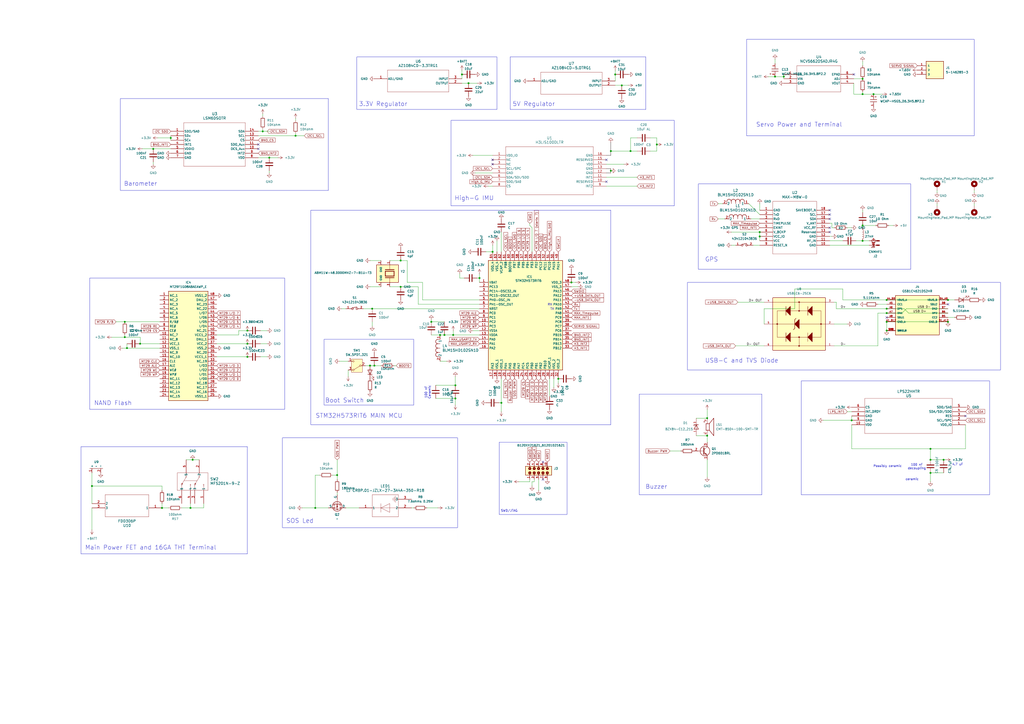
<source format=kicad_sch>
(kicad_sch (version 20250114) (generator "eeschema") (generator_version "9.0")
  (paper "A2")
  (rectangle (start 180.34 121.92) (end 354.33 246.38))
  (rectangle (start 433.07 22.86) (end 565.15 78.74))
  (rectangle (start 46.99 259.08) (end 143.51 321.31))
  (rectangle (start 295.91 33.02) (end 374.65 63.5))
  (rectangle (start 207.01 33.02) (end 288.29 63.5))
  (rectangle (start 52.07 161.29) (end 165.1 237.49))
  (rectangle (start 398.78 163.83) (end 580.39 214.63))
  (rectangle (start 289.56 256.54) (end 328.93 298.45))
  (rectangle (start 187.96 196.85) (end 240.03 234.95))
  (rectangle (start 261.62 69.85) (end 391.16 119.38))
  (rectangle (start 370.84 228.6) (end 441.96 287.02))
  (rectangle (start 464.82 220.98) (end 574.04 287.02))
  (rectangle (start 69.85 57.15) (end 190.5 110.49))
  (rectangle (start 163.83 254) (end 265.43 306.07))
  (rectangle (start 405.13 106.68) (end 528.32 156.21))
  (text "STM32H573RIT6 MAIN MCU\n" (at 208.28 241.3 0) (effects (font (size 2.5 2.5))))
  (text "USB-C and TVS Diode" (at 430.276 209.296 0) (effects (font (size 2.5 2.5))))
  (text "4.7 uF\n\n" (at 555.498 270.51 0) (effects (font (size 1.27 1.27))))
  (text "SWD/JTAG\n" (at 295.402 296.418 0) (effects (font (size 1.27 1.27))))
  (text "Buzzer" (at 380.746 282.448 0) (effects (font (size 2.5 2.5))))
  (text "High-G IMU" (at 275.082 115.062 0) (effects (font (size 2.5 2.5))))
  (text "100 nF\ndecoupling\n" (at 531.876 270.764 0) (effects (font (size 1.27 1.27))))
  (text "3.3V Regulator\n" (at 222.25 60.452 0) (effects (font (size 2.5 2.5))))
  (text "GPS" (at 412.75 150.622 0) (effects (font (size 2.5 2.5))))
  (text "Possibly ceramic" (at 514.858 270.51 0) (effects (font (size 1.27 1.27))))
  (text "TX" (at 320.294 179.324 0) (effects (font (size 1.27 1.27))))
  (text "100 nF\nCeramic\n" (at 248.158 227.584 90) (effects (font (size 1.27 1.27))))
  (text "Boot Switch\n" (at 199.898 232.41 0) (effects (font (size 2.5 2.5))))
  (text "Barometer\n" (at 81.534 106.68 0) (effects (font (size 2.5 2.5))))
  (text "NAND Flash" (at 65.532 233.934 0) (effects (font (size 2.5 2.5))))
  (text "Servo Power and Terminal" (at 463.55 72.39 0) (effects (font (size 2.5 2.5))))
  (text "SOS Led" (at 173.99 302.26 0) (effects (font (size 2.5 2.5))))
  (text "Main Power FET and 16GA THT Terminal " (at 88.392 317.754 0) (effects (font (size 2.5 2.5))))
  (text "RX" (at 319.024 176.784 0) (effects (font (size 1.27 1.27))))
  (text "ceramic" (at 529.082 278.13 0) (effects (font (size 1.27 1.27))))
  (text "5V Regulator" (at 309.626 60.452 0) (effects (font (size 2.5 2.5))))
  (junction (at 500.38 130.81))
  (junction (at 549.91 186.69))
  (junction (at 182.88 294.64))
  (junction (at 449.58 44.45))
  (junction (at 454.66 44.45))
  (junction (at 440.69 137.16))
  (junction (at 267.97 43.18))
  (junction (at 110.49 294.64))
  (junction (at 217.17 212.09))
  (junction (at 215.9 179.07))
  (junction (at 539.75 266.7))
  (junction (at 539.75 274.32))
  (junction (at 81.28 199.39))
  (junction (at 539.75 260.35))
  (junction (at 143.51 199.39))
  (junction (at 53.34 281.94))
  (junction (at 500.38 45.72))
  (junction (at 143.51 207.01))
  (junction (at 360.68 49.53))
  (junction (at 354.33 87.63))
  (junction (at 88.9 86.36))
  (junction (at 73.66 201.93))
  (junction (at 547.37 266.7))
  (junction (at 214.63 212.09))
  (junction (at 381 83.82))
  (junction (at 494.03 243.84))
  (junction (at 93.98 294.64))
  (junction (at 278.13 161.29))
  (junction (at 323.85 219.71))
  (junction (at 500.38 139.7))
  (junction (at 514.35 179.07))
  (junction (at 111.76 266.7))
  (junction (at 410.21 242.57))
  (junction (at 262.89 194.31))
  (junction (at 72.39 186.69))
  (junction (at 232.41 151.13))
  (junction (at 152.4 76.2))
  (junction (at 156.21 91.44))
  (junction (at 440.69 134.62))
  (junction (at 143.51 191.77))
  (junction (at 500.38 54.61))
  (junction (at 72.39 195.58))
  (junction (at 365.76 87.63))
  (junction (at 549.91 173.99))
  (junction (at 410.21 252.73))
  (junction (at 514.35 173.99))
  (junction (at 514.35 186.69))
  (junction (at 195.58 275.59))
  (junction (at 250.19 186.69))
  (junction (at 514.35 181.61))
  (junction (at 285.75 146.05))
  (junction (at 264.16 223.52))
  (junction (at 354.33 99.06))
  (junction (at 356.87 43.18))
  (junction (at 514.35 191.77))
  (junction (at 290.83 233.68))
  (junction (at 271.78 48.26))
  (junction (at 506.73 54.61))
  (junction (at 232.41 166.37))
  (junction (at 264.16 231.14))
  (junction (at 331.47 163.83))
  (junction (at 257.81 194.31))
  (junction (at 171.45 78.74))
  (junction (at 255.27 194.31))
  (junction (at 99.06 80.01))
  (no_connect (at 351.79 92.71))
  (no_connect (at 149.86 83.82))
  (no_connect (at 285.75 95.25))
  (no_connect (at 560.07 241.3))
  (no_connect (at 481.33 121.92))
  (no_connect (at 481.33 132.08))
  (no_connect (at 481.33 134.62))
  (no_connect (at 481.33 124.46))
  (no_connect (at 481.33 127))
  (no_connect (at 351.79 105.41))
  (no_connect (at 549.91 176.53))
  (no_connect (at 495.3 43.18))
  (no_connect (at 149.86 86.36))
  (no_connect (at 514.35 184.15))
  (no_connect (at 314.96 278.13))
  (no_connect (at 285.75 92.71))
  (no_connect (at 314.96 267.97))
  (wire (pts (xy 514.35 186.69) (xy 514.35 191.77)))
  (wire (pts (xy 171.45 68.58) (xy 171.45 69.85)))
  (wire (pts (xy 318.77 219.71) (xy 318.77 229.87)))
  (wire (pts (xy 548.64 266.7) (xy 547.37 266.7)))
  (wire (pts (xy 547.37 274.32) (xy 539.75 274.32)))
  (wire (pts (xy 488.95 167.64) (xy 488.95 173.99)))
  (wire (pts (xy 416.56 118.11) (xy 419.1 118.11)))
  (wire (pts (xy 354.33 99.06) (xy 354.33 100.33)) (stroke (width 0) (color 14 0 0 1)))
  (wire (pts (xy 539.75 266.7) (xy 539.75 260.35)))
  (wire (pts (xy 264.16 231.14) (xy 264.16 234.95)))
  (wire (pts (xy 351.79 97.79) (xy 354.33 97.79)) (stroke (width 0) (color 14 0 0 1)))
  (wire (pts (xy 495.3 54.61) (xy 495.3 48.26)))
  (wire (pts (xy 247.65 294.64) (xy 254 294.64)))
  (wire (pts (xy 481.33 139.7) (xy 488.95 139.7)))
  (wire (pts (xy 485.14 179.07) (xy 485.14 175.26)))
  (wire (pts (xy 290.83 233.68) (xy 290.83 238.76)))
  (wire (pts (xy 454.66 43.18) (xy 454.66 44.45)))
  (wire (pts (xy 72.39 195.58) (xy 81.28 195.58)))
  (wire (pts (xy 182.88 275.59) (xy 185.42 275.59)))
  (wire (pts (xy 509.27 181.61) (xy 514.35 181.61)))
  (wire (pts (xy 267.97 43.18) (xy 267.97 45.72)))
  (wire (pts (xy 365.76 80.01) (xy 365.76 87.63)))
  (wire (pts (xy 217.17 212.09) (xy 220.98 212.09)))
  (wire (pts (xy 278.13 161.29) (xy 278.13 163.83)))
  (wire (pts (xy 53.34 274.32) (xy 53.34 281.94)))
  (wire (pts (xy 515.62 130.81) (xy 518.16 130.81)))
  (wire (pts (xy 71.12 201.93) (xy 73.66 201.93)))
  (wire (pts (xy 242.57 176.53) (xy 278.13 176.53)))
  (wire (pts (xy 312.42 284.48) (xy 312.42 278.13)))
  (wire (pts (xy 151.13 207.01) (xy 154.94 207.01)))
  (wire (pts (xy 547.37 266.7) (xy 539.75 266.7)))
  (wire (pts (xy 73.66 199.39) (xy 73.66 201.93)))
  (wire (pts (xy 245.11 173.99) (xy 278.13 173.99)))
  (wire (pts (xy 365.76 87.63) (xy 369.57 87.63)))
  (wire (pts (xy 53.34 281.94) (xy 53.34 292.1)))
  (wire (pts (xy 267.97 40.64) (xy 267.97 43.18)))
  (wire (pts (xy 323.85 222.25) (xy 323.85 219.71)))
  (wire (pts (xy 182.88 294.64) (xy 190.5 294.64)))
  (wire (pts (xy 308.61 279.4) (xy 309.88 279.4)))
  (wire (pts (xy 278.13 161.29) (xy 276.86 161.29)))
  (wire (pts (xy 351.79 90.17) (xy 354.33 90.17)) (stroke (width 0) (color 14 0 0 1)))
  (wire (pts (xy 509.27 200.66) (xy 509.27 181.61)))
  (wire (pts (xy 125.73 194.31) (xy 138.43 194.31)))
  (wire (pts (xy 107.95 266.7) (xy 111.76 266.7)))
  (wire (pts (xy 365.76 80.01) (xy 369.57 80.01)))
  (wire (pts (xy 527.05 181.61) (xy 524.51 179.07)))
  (wire (pts (xy 236.22 163.83) (xy 245.11 163.83)))
  (wire (pts (xy 307.34 279.4) (xy 307.34 278.13)))
  (wire (pts (xy 553.72 173.99) (xy 549.91 173.99)))
  (wire (pts (xy 99.06 80.01) (xy 99.06 81.28)))
  (wire (pts (xy 283.21 107.95) (xy 285.75 107.95)))
  (wire (pts (xy 525.78 179.07) (xy 523.24 181.61)))
  (wire (pts (xy 527.05 181.61) (xy 549.91 181.61)))
  (wire (pts (xy 454.66 44.45) (xy 454.66 45.72)))
  (wire (pts (xy 424.18 142.24) (xy 426.72 142.24)))
  (wire (pts (xy 195.58 275.59) (xy 195.58 278.13)))
  (wire (pts (xy 494.03 238.76) (xy 491.49 238.76)))
  (wire (pts (xy 250.19 194.31) (xy 255.27 194.31)))
  (wire (pts (xy 257.81 194.31) (xy 262.89 194.31)))
  (wire (pts (xy 443.23 179.07) (xy 443.23 187.96)))
  (wire (pts (xy 264.16 218.44) (xy 264.16 223.52)))
  (wire (pts (xy 360.68 49.53) (xy 364.49 49.53)))
  (wire (pts (xy 549.91 179.07) (xy 525.78 179.07)))
  (wire (pts (xy 482.6 129.54) (xy 481.33 129.54)))
  (wire (pts (xy 500.38 35.56) (xy 500.38 38.1)))
  (wire (pts (xy 449.58 34.29) (xy 449.58 36.83)))
  (wire (pts (xy 255.27 209.55) (xy 259.08 209.55)))
  (wire (pts (xy 156.21 91.44) (xy 161.29 91.44)))
  (wire (pts (xy 494.03 241.3) (xy 494.03 243.84)))
  (wire (pts (xy 553.72 184.15) (xy 549.91 184.15)))
  (wire (pts (xy 514.35 186.69) (xy 549.91 186.69)))
  (wire (pts (xy 210.82 179.07) (xy 215.9 179.07)))
  (wire (pts (xy 232.41 166.37) (xy 242.57 166.37)))
  (wire (pts (xy 201.93 214.63) (xy 201.93 218.44)))
  (wire (pts (xy 514.35 173.99) (xy 549.91 173.99)))
  (wire (pts (xy 403.86 252.73) (xy 410.21 252.73)))
  (wire (pts (xy 149.86 78.74) (xy 171.45 78.74)))
  (wire (pts (xy 250.19 186.69) (xy 250.19 185.42)))
  (wire (pts (xy 377.19 87.63) (xy 381 87.63)))
  (wire (pts (xy 226.06 166.37) (xy 232.41 166.37)))
  (wire (pts (xy 354.33 87.63) (xy 354.33 90.17)) (stroke (width 0) (color 14 0 0 1)))
  (wire (pts (xy 262.89 191.77) (xy 262.89 194.31)))
  (wire (pts (xy 426.72 200.66) (xy 443.23 200.66)))
  (wire (pts (xy 73.66 201.93) (xy 92.71 201.93)))
  (wire (pts (xy 72.39 194.31) (xy 72.39 195.58)))
  (wire (pts (xy 381 80.01) (xy 381 83.82)))
  (wire (pts (xy 262.89 194.31) (xy 278.13 194.31)))
  (wire (pts (xy 149.86 91.44) (xy 156.21 91.44)))
  (wire (pts (xy 485.14 175.26) (xy 483.87 175.26)))
  (wire (pts (xy 514.35 181.61) (xy 523.24 181.61)))
  (wire (pts (xy 290.83 233.68) (xy 289.56 233.68)))
  (wire (pts (xy 81.28 195.58) (xy 81.28 199.39)))
  (wire (pts (xy 494.03 260.35) (xy 539.75 260.35)))
  (wire (pts (xy 110.49 294.64) (xy 118.11 294.64)))
  (wire (pts (xy 500.38 139.7) (xy 504.19 139.7)))
  (wire (pts (xy 445.77 44.45) (xy 449.58 44.45)))
  (wire (pts (xy 81.28 199.39) (xy 92.71 199.39)))
  (wire (pts (xy 91.44 80.01) (xy 99.06 80.01)))
  (wire (pts (xy 354.33 97.79) (xy 354.33 99.06)) (stroke (width 0) (color 14 0 0 1)))
  (wire (pts (xy 151.13 199.39) (xy 154.94 199.39)))
  (wire (pts (xy 64.77 195.58) (xy 72.39 195.58)))
  (wire (pts (xy 483.87 200.66) (xy 509.27 200.66)))
  (wire (pts (xy 196.85 209.55) (xy 201.93 209.55)))
  (wire (pts (xy 214.63 166.37) (xy 220.98 166.37)))
  (wire (pts (xy 369.57 102.87) (xy 351.79 102.87)))
  (wire (pts (xy 93.98 292.1) (xy 93.98 294.64)))
  (wire (pts (xy 250.19 186.69) (xy 257.81 186.69)))
  (wire (pts (xy 200.66 294.64) (xy 208.28 294.64)))
  (wire (pts (xy 274.32 191.77) (xy 278.13 191.77)))
  (wire (pts (xy 214.63 212.09) (xy 217.17 212.09)))
  (wire (pts (xy 410.21 266.7) (xy 410.21 276.86)))
  (wire (pts (xy 105.41 294.64) (xy 110.49 294.64)))
  (wire (pts (xy 500.38 53.34) (xy 500.38 54.61)))
  (wire (pts (xy 88.9 95.25) (xy 88.9 93.98)))
  (wire (pts (xy 300.99 279.4) (xy 307.34 279.4)))
  (wire (pts (xy 321.31 224.79) (xy 321.31 219.71)))
  (wire (pts (xy 267.97 48.26) (xy 271.78 48.26)))
  (wire (pts (xy 565.15 111.76) (xy 565.15 110.49)))
  (wire (pts (xy 214.63 151.13) (xy 220.98 151.13)))
  (wire (pts (xy 271.78 48.26) (xy 276.86 48.26)))
  (wire (pts (xy 288.29 139.7) (xy 288.29 146.05)))
  (wire (pts (xy 354.33 87.63) (xy 365.76 87.63)))
  (wire (pts (xy 278.13 158.75) (xy 278.13 161.29)))
  (wire (pts (xy 369.57 107.95) (xy 351.79 107.95)))
  (wire (pts (xy 309.88 279.4) (xy 309.88 278.13)))
  (wire (pts (xy 93.98 281.94) (xy 93.98 284.48)))
  (wire (pts (xy 72.39 186.69) (xy 92.71 186.69)))
  (wire (pts (xy 356.87 43.18) (xy 356.87 46.99)))
  (wire (pts (xy 229.87 212.09) (xy 228.6 212.09)))
  (wire (pts (xy 97.79 294.64) (xy 93.98 294.64)))
  (wire (pts (xy 171.45 78.74) (xy 176.53 78.74)))
  (wire (pts (xy 410.21 237.49) (xy 410.21 242.57)))
  (wire (pts (xy 509.27 176.53) (xy 514.35 176.53)))
  (wire (pts (xy 381 83.82) (xy 381 87.63)))
  (wire (pts (xy 193.04 275.59) (xy 195.58 275.59)))
  (wire (pts (xy 377.19 80.01) (xy 381 80.01)))
  (wire (pts (xy 99.06 78.74) (xy 99.06 80.01)))
  (wire (pts (xy 335.28 166.37) (xy 331.47 166.37)))
  (wire (pts (xy 494.03 246.38) (xy 494.03 260.35)))
  (wire (pts (xy 410.21 252.73) (xy 410.21 256.54)))
  (wire (pts (xy 435.61 127) (xy 440.69 127)))
  (wire (pts (xy 494.03 132.08) (xy 491.49 132.08)))
  (wire (pts (xy 215.9 189.23) (xy 215.9 186.69)))
  (wire (pts (xy 308.61 281.94) (xy 308.61 279.4)))
  (wire (pts (xy 67.31 186.69) (xy 72.39 186.69)))
  (wire (pts (xy 264.16 231.14) (xy 252.73 231.14)))
  (wire (pts (xy 461.01 167.64) (xy 488.95 167.64)))
  (wire (pts (xy 440.69 134.62) (xy 440.69 137.16)))
  (wire (pts (xy 500.38 121.92) (xy 500.38 123.19)))
  (wire (pts (xy 514.35 179.07) (xy 524.51 179.07)))
  (wire (pts (xy 394.97 261.62) (xy 388.62 261.62)))
  (wire (pts (xy 255.27 194.31) (xy 257.81 194.31)))
  (wire (pts (xy 238.76 294.64) (xy 240.03 294.64)))
  (wire (pts (xy 212.09 212.09) (xy 214.63 212.09)))
  (wire (pts (xy 496.57 139.7) (xy 500.38 139.7)))
  (wire (pts (xy 195.58 266.7) (xy 195.58 275.59)))
  (wire (pts (xy 226.06 151.13) (xy 232.41 151.13)))
  (wire (pts (xy 88.9 86.36) (xy 99.06 86.36)))
  (wire (pts (xy 443.23 179.07) (xy 461.01 179.07)))
  (wire (pts (xy 500.38 54.61) (xy 506.73 54.61)))
  (wire (pts (xy 290.83 219.71) (xy 290.83 233.68)))
  (wire (pts (xy 152.4 76.2) (xy 156.21 76.2)))
  (wire (pts (xy 82.55 86.36) (xy 88.9 86.36)))
  (wire (pts (xy 290.83 134.62) (xy 290.83 146.05)))
  (wire (pts (xy 481.33 142.24) (xy 504.19 142.24)))
  (wire (pts (xy 285.75 142.24) (xy 285.75 146.05)))
  (wire (pts (xy 307.34 130.81) (xy 308.61 132.08)))
  (wire (pts (xy 449.58 44.45) (xy 454.66 44.45)))
  (wire (pts (xy 152.4 66.04) (xy 152.4 67.31)))
  (wire (pts (xy 266.7 158.75) (xy 266.7 161.29)))
  (wire (pts (xy 195.58 285.75) (xy 195.58 287.02)))
  (wire (pts (xy 266.7 161.29) (xy 269.24 161.29)))
  (wire (pts (xy 427.99 175.26) (xy 443.23 175.26)))
  (wire (pts (xy 440.69 118.11) (xy 440.69 121.92)))
  (wire (pts (xy 440.69 124.46) (xy 434.34 118.11)))
  (wire (pts (xy 307.34 129.54) (xy 307.34 130.81)))
  (wire (pts (xy 351.79 95.25) (xy 361.95 95.25)))
  (wire (pts (xy 403.86 242.57) (xy 410.21 242.57)))
  (wire (pts (xy 138.43 194.31) (xy 138.43 191.77)))
  (wire (pts (xy 500.38 129.54) (xy 500.38 130.81)))
  (wire (pts (xy 149.86 76.2) (xy 152.4 76.2)))
  (wire (pts (xy 440.69 137.16) (xy 440.69 139.7)))
  (wire (pts (xy 252.73 223.52) (xy 264.16 223.52)))
  (wire (pts (xy 495.3 54.61) (xy 500.38 54.61)))
  (wire (pts (xy 275.59 100.33) (xy 285.75 100.33)))
  (wire (pts (xy 53.34 307.34) (xy 53.34 294.64)))
  (wire (pts (xy 236.22 151.13) (xy 236.22 163.83)))
  (wire (pts (xy 483.87 132.08) (xy 482.6 132.08)))
  (wire (pts (xy 539.75 260.35) (xy 560.07 260.35)))
  (wire (pts (xy 482.6 137.16) (xy 481.33 137.16)))
  (wire (pts (xy 182.88 275.59) (xy 182.88 294.64)))
  (wire (pts (xy 111.76 266.7) (xy 115.57 266.7)))
  (wire (pts (xy 543.56 118.11) (xy 543.56 119.38)))
  (wire (pts (xy 151.13 191.77) (xy 154.94 191.77)))
  (wire (pts (xy 560.07 246.38) (xy 560.07 260.35)))
  (wire (pts (xy 477.52 243.84) (xy 494.03 243.84)))
  (wire (pts (xy 424.18 134.62) (xy 440.69 134.62)))
  (wire (pts (xy 118.11 292.1) (xy 118.11 294.64)))
  (wire (pts (xy 334.01 163.83) (xy 331.47 163.83)))
  (wire (pts (xy 351.79 100.33) (xy 354.33 100.33)) (stroke (width 0) (color 14 0 0 1)))
  (wire (pts (xy 543.56 111.76) (xy 543.56 110.49)))
  (wire (pts (xy 500.38 130.81) (xy 500.38 132.08)))
  (wire (pts (xy 485.14 179.07) (xy 514.35 179.07)))
  (wire (pts (xy 245.11 163.83) (xy 245.11 173.99)))
  (wire (pts (xy 482.6 132.08) (xy 482.6 129.54)))
  (wire (pts (xy 242.57 166.37) (xy 242.57 176.53)))
  (wire (pts (xy 436.88 142.24) (xy 440.69 142.24)))
  (wire (pts (xy 281.94 146.05) (xy 285.75 146.05)))
  (wire (pts (xy 232.41 151.13) (xy 236.22 151.13)))
  (wire (pts (xy 308.61 132.08) (xy 308.61 146.05)))
  (wire (pts (xy 125.73 207.01) (xy 143.51 207.01)))
  (wire (pts (xy 416.56 127) (xy 420.37 127)))
  (wire (pts (xy 506.73 54.61) (xy 511.81 54.61)))
  (wire (pts (xy 356.87 49.53) (xy 360.68 49.53)))
  (wire (pts (xy 461.01 167.64) (xy 461.01 179.07)))
  (wire (pts (xy 539.75 279.4) (xy 539.75 274.32)))
  (wire (pts (xy 491.49 187.96) (xy 483.87 187.96)))
  (wire (pts (xy 354.33 82.55) (xy 354.33 87.63)) (stroke (width 0) (color 13 0 0 1)))
  (wire (pts (xy 156.21 100.33) (xy 156.21 99.06)))
  (wire (pts (xy 175.26 294.64) (xy 182.88 294.64)))
  (wire (pts (xy 125.73 199.39) (xy 143.51 199.39)))
  (wire (pts (xy 138.43 191.77) (xy 143.51 191.77)))
  (wire (pts (xy 274.32 90.17) (xy 285.75 90.17)))
  (wire (pts (xy 215.9 179.07) (xy 278.13 179.07)))
  (wire (pts (xy 152.4 74.93) (xy 152.4 76.2)))
  (wire (pts (xy 488.95 173.99) (xy 514.35 173.99)))
  (wire (pts (xy 565.15 118.11) (xy 565.15 119.38)))
  (wire (pts (xy 356.87 40.64) (xy 356.87 43.18)))
  (wire (pts (xy 53.34 281.94) (xy 93.98 281.94)))
  (wire (pts (xy 110.49 292.1) (xy 110.49 294.64)))
  (wire (pts (xy 198.12 179.07) (xy 200.66 179.07)))
  (wire (pts (xy 495.3 45.72) (xy 500.38 45.72)))
  (wire (pts (xy 171.45 77.47) (xy 171.45 78.74)))
  (wire (pts (xy 500.38 130.81) (xy 508 130.81)))
  (label "D+" (at 487.68 179.07 0))
  (label "USB D-" (at 532.13 179.07 0))
  (label "USB D+" (at 529.59 181.61 0))
  (label "D-" (at 487.68 200.66 0))
  (label "D- OUT" (at 433.07 200.66 0))
  (label "D+ OUT" (at 434.34 175.26 0))
  (global_label "MT29 I{slash}O 6" (shape input) (at 300.99 146.05 90) (property "Intersheetrefs" "${INTERSHEET_REFS}" (effects (hide yes))))
  (global_label "MAX_Timepulse" (shape input) (at 331.47 181.61 0) (property "Intersheetrefs" "${INTERSHEET_REFS}" (effects (hide yes))))
  (global_label "MT29 ALE" (shape input) (at 92.71 212.09 180) (property "Intersheetrefs" "${INTERSHEET_REFS}" (effects (hide yes))))
  (global_label "SWDIO" (shape input) (at 331.47 168.91 0) (property "Intersheetrefs" "${INTERSHEET_REFS}" (effects (hide yes))))
  (global_label "SOS PWM" (shape input) (at 195.58 266.7 90) (property "Intersheetrefs" "${INTERSHEET_REFS}" (effects (hide yes))))
  (global_label "Tx" (shape input) (at 416.56 118.11 180) (property "Intersheetrefs" "${INTERSHEET_REFS}" (effects (hide yes))))
  (global_label "BNO_CS" (shape input) (at 316.23 146.05 90) (property "Intersheetrefs" "${INTERSHEET_REFS}" (effects (hide yes))))
  (global_label "MT29 RE" (shape input) (at 278.13 186.69 180) (property "Intersheetrefs" "${INTERSHEET_REFS}" (effects (hide yes))))
  (global_label "I2C1_SDA" (shape input) (at 560.07 238.76 0) (property "Intersheetrefs" "${INTERSHEET_REFS}" (effects (hide yes))))
  (global_label "H3_INT1" (shape input) (at 369.57 102.87 0) (property "Intersheetrefs" "${INTERSHEET_REFS}" (effects (hide yes))))
  (global_label "MAX_INT1" (shape input) (at 331.47 184.15 0) (property "Intersheetrefs" "${INTERSHEET_REFS}" (effects (hide yes))))
  (global_label "+USB_DATA_OUT " (shape input) (at 331.47 171.45 0) (property "Intersheetrefs" "${INTERSHEET_REFS}" (effects (hide yes))))
  (global_label "MT29 I{slash}O 4" (shape input) (at 306.07 146.05 90) (property "Intersheetrefs" "${INTERSHEET_REFS}" (effects (hide yes))))
  (global_label "BNO_INT2" (shape input) (at 331.47 194.31 0) (property "Intersheetrefs" "${INTERSHEET_REFS}" (effects (hide yes))))
  (global_label "MT29 WP" (shape input) (at 278.13 189.23 180) (property "Intersheetrefs" "${INTERSHEET_REFS}" (effects (hide yes))))
  (global_label "I2C1_SCL" (shape input) (at 176.53 78.74 0) (property "Intersheetrefs" "${INTERSHEET_REFS}" (effects (hide yes))))
  (global_label "LPS_INT1" (shape input) (at 491.49 238.76 180) (property "Intersheetrefs" "${INTERSHEET_REFS}" (effects (hide yes))))
  (global_label "-USB_DATA_OUT " (shape input) (at 331.47 173.99 0) (property "Intersheetrefs" "${INTERSHEET_REFS}" (effects (hide yes))))
  (global_label "MT29 RE" (shape input) (at 92.71 189.23 180) (property "Intersheetrefs" "${INTERSHEET_REFS}" (effects (hide yes))))
  (global_label "MT29 I{slash}O 5" (shape input) (at 303.53 146.05 90) (property "Intersheetrefs" "${INTERSHEET_REFS}" (effects (hide yes))))
  (global_label "MT29 I{slash}O 1" (shape input) (at 311.15 219.71 270) (property "Intersheetrefs" "${INTERSHEET_REFS}" (effects (hide yes))))
  (global_label "SERVO SIGNAL" (shape input) (at 331.47 189.23 0) (property "Intersheetrefs" "${INTERSHEET_REFS}" (effects (hide yes))))
  (global_label "H3_INT1" (shape input) (at 331.47 201.93 0) (property "Intersheetrefs" "${INTERSHEET_REFS}" (effects (hide yes))))
  (global_label "MT29 R{slash}B" (shape input) (at 67.31 186.69 180) (property "Intersheetrefs" "${INTERSHEET_REFS}" (effects (hide yes))))
  (global_label "I2C1_SCL" (shape input) (at 293.37 146.05 90) (property "Intersheetrefs" "${INTERSHEET_REFS}" (effects (hide yes))))
  (global_label "MT29 I{slash}O 0" (shape input) (at 308.61 219.71 270) (property "Intersheetrefs" "${INTERSHEET_REFS}" (effects (hide yes))))
  (global_label "SERVO SIGNAL" (shape input) (at 532.13 38.1 180) (property "Intersheetrefs" "${INTERSHEET_REFS}" (effects (hide yes))))
  (global_label "MT29 I{slash}O 7" (shape input) (at 125.73 181.61 0) (property "Intersheetrefs" "${INTERSHEET_REFS}" (effects (hide yes))))
  (global_label "Rx" (shape input) (at 416.56 127 180) (property "Intersheetrefs" "${INTERSHEET_REFS}" (effects (hide yes))))
  (global_label "NRST" (shape input) (at 317.5 267.97 90) (property "Intersheetrefs" "${INTERSHEET_REFS}" (effects (hide yes))))
  (global_label "H3_INT2" (shape input) (at 331.47 199.39 0) (property "Intersheetrefs" "${INTERSHEET_REFS}" (effects (hide yes))))
  (global_label "SWCLK" (shape input) (at 309.88 267.97 90) (property "Intersheetrefs" "${INTERSHEET_REFS}" (effects (hide yes))))
  (global_label "LPS_INT1" (shape input) (at 293.37 219.71 270) (property "Intersheetrefs" "${INTERSHEET_REFS}" (effects (hide yes))))
  (global_label "High_G_IMU" (shape input) (at 285.75 105.41 180) (property "Intersheetrefs" "${INTERSHEET_REFS}" (effects (hide yes))))
  (global_label "SWDIO" (shape input) (at 307.34 267.97 90) (property "Intersheetrefs" "${INTERSHEET_REFS}" (effects (hide yes))))
  (global_label "Buzzer PWM" (shape input) (at 388.62 261.62 180) (property "Intersheetrefs" "${INTERSHEET_REFS}" (effects (hide yes))))
  (global_label "MT29 I{slash}O 2" (shape input) (at 125.73 214.63 0) (property "Intersheetrefs" "${INTERSHEET_REFS}" (effects (hide yes))))
  (global_label "I2C1_SCL" (shape input) (at 285.75 97.79 180) (property "Intersheetrefs" "${INTERSHEET_REFS}" (effects (hide yes))))
  (global_label "MT29 I{slash}O 4" (shape input) (at 125.73 189.23 0) (property "Intersheetrefs" "${INTERSHEET_REFS}" (effects (hide yes))))
  (global_label "MT29 WE" (shape input) (at 278.13 184.15 180) (property "Intersheetrefs" "${INTERSHEET_REFS}" (effects (hide yes))))
  (global_label "MT29 I{slash}O 3" (shape input) (at 125.73 212.09 0) (property "Intersheetrefs" "${INTERSHEET_REFS}" (effects (hide yes))))
  (global_label "BNO_INT1" (shape input) (at 99.06 83.82 180) (property "Intersheetrefs" "${INTERSHEET_REFS}" (effects (hide yes))))
  (global_label "MT29 I{slash}O 1" (shape input) (at 125.73 217.17 0) (property "Intersheetrefs" "${INTERSHEET_REFS}" (effects (hide yes))))
  (global_label "SOS PWM" (shape input) (at 298.45 219.71 270) (property "Intersheetrefs" "${INTERSHEET_REFS}" (effects (hide yes))))
  (global_label "Tx" (shape input) (at 331.47 179.07 0) (property "Intersheetrefs" "${INTERSHEET_REFS}" (effects (hide yes))))
  (global_label "High_G_IMU_SA0" (shape input) (at 318.77 146.05 90) (property "Intersheetrefs" "${INTERSHEET_REFS}" (effects (hide yes))))
  (global_label "SWO" (shape input) (at 307.34 129.54 90) (property "Intersheetrefs" "${INTERSHEET_REFS}" (effects (hide yes))))
  (global_label "MT29 WP" (shape input) (at 92.71 217.17 180) (property "Intersheetrefs" "${INTERSHEET_REFS}" (effects (hide yes))))
  (global_label "MT29 CS" (shape input) (at 303.53 219.71 270) (property "Intersheetrefs" "${INTERSHEET_REFS}" (effects (hide yes))))
  (global_label "-USB_DATA_OUT " (shape input) (at 426.72 200.66 180) (property "Intersheetrefs" "${INTERSHEET_REFS}" (effects (hide yes))))
  (global_label "I2C1_SDA" (shape input) (at 285.75 102.87 180) (property "Intersheetrefs" "${INTERSHEET_REFS}" (effects (hide yes))))
  (global_label "Rx" (shape input) (at 331.47 176.53 0) (property "Intersheetrefs" "${INTERSHEET_REFS}" (effects (hide yes))))
  (global_label "I2C1_SDA" (shape input) (at 154.94 76.2 0) (property "Intersheetrefs" "${INTERSHEET_REFS}" (effects (hide yes))))
  (global_label "+USB_DATA_OUT " (shape input) (at 427.99 175.26 180) (property "Intersheetrefs" "${INTERSHEET_REFS}" (effects (hide yes))))
  (global_label "BNO_CS" (shape input) (at 149.86 81.28 0) (property "Intersheetrefs" "${INTERSHEET_REFS}" (effects (hide yes))))
  (global_label "MAX_USART2_TX" (shape input) (at 278.13 196.85 180) (property "Intersheetrefs" "${INTERSHEET_REFS}" (effects (hide yes))))
  (global_label "I2C SDO" (shape input) (at 99.06 76.2 180) (property "Intersheetrefs" "${INTERSHEET_REFS}" (effects (hide yes))))
  (global_label "MT29 I{slash}O 3" (shape input) (at 316.23 219.71 270) (property "Intersheetrefs" "${INTERSHEET_REFS}" (effects (hide yes))))
  (global_label "MT29 I{slash}O 5" (shape input) (at 125.73 186.69 0) (property "Intersheetrefs" "${INTERSHEET_REFS}" (effects (hide yes))))
  (global_label "MT29 WE" (shape input) (at 92.71 214.63 180) (property "Intersheetrefs" "${INTERSHEET_REFS}" (effects (hide yes))))
  (global_label "MT29 I{slash}O 0" (shape input) (at 125.73 219.71 0) (property "Intersheetrefs" "${INTERSHEET_REFS}" (effects (hide yes))))
  (global_label "SWO" (shape input) (at 312.42 267.97 90) (property "Intersheetrefs" "${INTERSHEET_REFS}" (effects (hide yes))))
  (global_label "MT29 CS" (shape input) (at 92.71 191.77 180) (property "Intersheetrefs" "${INTERSHEET_REFS}" (effects (hide yes))))
  (global_label "I2C1_SCL" (shape input) (at 560.07 243.84 0) (property "Intersheetrefs" "${INTERSHEET_REFS}" (effects (hide yes))))
  (global_label "BNO_INT2" (shape input) (at 149.86 88.9 0) (property "Intersheetrefs" "${INTERSHEET_REFS}" (effects (hide yes))))
  (global_label "BOOT0" (shape input) (at 295.91 146.05 90) (property "Intersheetrefs" "${INTERSHEET_REFS}" (effects (hide yes))))
  (global_label "H3_INT2" (shape input) (at 369.57 107.95 0) (property "Intersheetrefs" "${INTERSHEET_REFS}" (effects (hide yes))))
  (global_label "MT29 CLE" (shape input) (at 92.71 209.55 180) (property "Intersheetrefs" "${INTERSHEET_REFS}" (effects (hide yes))))
  (global_label "MAX_Timepulse" (shape input) (at 440.69 129.54 180) (property "Intersheetrefs" "${INTERSHEET_REFS}" (effects (hide yes))))
  (global_label "MT29 I{slash}O 6" (shape input) (at 125.73 184.15 0) (property "Intersheetrefs" "${INTERSHEET_REFS}" (effects (hide yes))))
  (global_label "MT29 I{slash}O 2" (shape input) (at 313.69 219.71 270) (property "Intersheetrefs" "${INTERSHEET_REFS}" (effects (hide yes))))
  (global_label "MT29 ALE" (shape input) (at 278.13 181.61 180) (property "Intersheetrefs" "${INTERSHEET_REFS}" (effects (hide yes))))
  (global_label "MT29 CLE" (shape input) (at 306.07 219.71 270) (property "Intersheetrefs" "${INTERSHEET_REFS}" (effects (hide yes))))
  (global_label "I2C SDO" (shape input) (at 313.69 146.05 90) (property "Intersheetrefs" "${INTERSHEET_REFS}" (effects (hide yes))))
  (global_label "MAX_USART2_RX" (shape input) (at 278.13 199.39 180) (property "Intersheetrefs" "${INTERSHEET_REFS}" (effects (hide yes))))
  (global_label "Buzzer PWM" (shape input) (at 295.91 219.71 270) (property "Intersheetrefs" "${INTERSHEET_REFS}" (effects (hide yes))))
  (global_label "SWCLK" (shape input) (at 323.85 146.05 90) (property "Intersheetrefs" "${INTERSHEET_REFS}" (effects (hide yes))))
  (global_label "BOOT0" (shape input) (at 229.87 212.09 0) (property "Intersheetrefs" "${INTERSHEET_REFS}" (effects (hide yes))))
  (global_label "MT29 I{slash}O 7 (starts 7)" (shape input) (at 311.15 146.05 90) (property "Intersheetrefs" "${INTERSHEET_REFS}" (effects (hide yes))))
  (global_label "I2C1_SA0" (shape input) (at 298.45 146.05 90) (property "Intersheetrefs" "${INTERSHEET_REFS}" (effects (hide yes))))
  (global_label "BNO_INT1" (shape input) (at 331.47 196.85 0) (property "Intersheetrefs" "${INTERSHEET_REFS}" (effects (hide yes))))
  (global_label "MAX_INT1" (shape input) (at 440.69 132.08 180) (property "Intersheetrefs" "${INTERSHEET_REFS}" (effects (hide yes))))
  (symbol (lib_id "power:GND") (at 125.73 229.87 90) (unit 1)
    (property "Reference" "#PWR040" (effects (hide yes)))
    (property "Value" "GND" (at 129.54 229.8699 90) (effects (justify right)))
    (property "Description" "Power symbol creates a global label with name \"GND\" , ground" (effects (hide yes)))
  )
  (symbol (lib_id "power:GND") (at 454.66 48.26 270) (unit 1)
    (property "Reference" "#PWR0103" (effects (hide yes)))
    (property "Value" "GND" (at 450.85 48.2599 90) (effects (justify right)))
    (property "Description" "Power symbol creates a global label with name \"GND\" , ground" (effects (hide yes)))
  )
  (symbol (lib_id "power:+3.3V") (at 254 294.64 270) (unit 1)
    (property "Reference" "#PWR074" (effects (hide yes)))
    (property "Value" "+3.3V" (at 257.81 294.6399 90) (effects (justify left)))
    (property "Description" "Power symbol creates a global label with name \"+3.3V\"" (effects (hide yes)))
  )
  (symbol (lib_id "power:+3.3V") (at 300.99 279.4 90) (unit 1)
    (property "Reference" "#PWR01" (effects (hide yes)))
    (property "Value" "+3.3V" (at 297.18 279.3999 90) (effects (justify left)))
    (property "Description" "Power symbol creates a global label with name \"+3.3V\"" (effects (hide yes)))
  )
  (symbol (lib_id "power:GND") (at 449.58 34.29 180) (unit 1)
    (property "Reference" "#PWR0104" (effects (hide yes)))
    (property "Value" "GND" (at 449.58 29.21 0))
    (property "Description" "Power symbol creates a global label with name \"GND\" , ground" (effects (hide yes)))
  )
  (symbol (lib_id "Group Rocket PCB Symbols:434121043836") (at 431.8 142.24 0) (unit 1)
    (property "Reference" "S2" (at 431.8 135.89 0))
    (property "Value" "434121043836" (at 431.8 138.43 0))
  )
  (symbol (lib_id "Device:R") (at 195.58 281.94 180) (unit 1)
    (property "Reference" "R9" (at 198.12 280.6699 0) (effects (justify right)))
    (property "Value" "180ohm" (at 198.12 283.2099 0) (effects (justify right)))
    (property "Description" "Resistor" (effects (hide yes)))
  )
  (symbol (lib_id "power:+3.3V") (at 171.45 68.58 0) (unit 1)
    (property "Reference" "#PWR06" (effects (hide yes)))
    (property "Value" "+3.3V" (at 171.45 63.5 0))
    (property "Description" "Power symbol creates a global label with name \"+3.3V\"" (effects (hide yes)))
  )
  (symbol (lib_id "power:GND") (at 196.85 209.55 270) (unit 1)
    (property "Reference" "#PWR087" (effects (hide yes)))
    (property "Value" "GND" (at 191.77 209.55 0))
    (property "Description" "Power symbol creates a global label with name \"GND\" , ground" (effects (hide yes)))
  )
  (symbol (lib_id "Rocket Club 2025 Parts Symbols_Including_Full_Stm32:H3LIS100DLTR") (at 285.75 90.17 0) (unit 1)
    (property "Reference" "U1" (at 318.77 80.01 0) (effects (font (size 1.524 1.524))))
    (property "Value" "H3LIS100DLTR" (at 318.77 82.55 0) (effects (font (size 1.524 1.524))))
    (property "Footprint" "Group Rocket Main PCB:TFLGA16_3P15X3P15_STM-L" (effects (hide yes)))
    (property "Datasheet" "H3LIS100DLTR" (effects (hide yes)))
  )
  (symbol (lib_id "power:GND") (at 275.59 100.33 270) (unit 1)
    (property "Reference" "#PWR067" (effects (hide yes)))
    (property "Value" "GND" (at 271.78 100.3299 90) (effects (justify right)))
    (property "Description" "Power symbol creates a global label with name \"GND\" , ground" (effects (hide yes)))
  )
  (symbol (lib_id "Device:C") (at 373.38 87.63 90) (unit 1)
    (property "Reference" "C3" (at 376.174 84.074 90))
    (property "Value" "100nF" (at 370.586 83.82 90))
    (property "Footprint" "Capacitor_SMD:C_0201_0603Metric" (effects (hide yes)))
    (property "Description" "Unpolarized capacitor" (effects (hide yes)))
  )
  (symbol (lib_id "power:+3.3V") (at 494.03 236.22 90) (unit 1)
    (property "Reference" "#PWR078" (effects (hide yes)))
    (property "Value" "+3.3V" (at 490.22 236.2199 90) (effects (justify left)))
    (property "Description" "Power symbol creates a global label with name \"+3.3V\"" (effects (hide yes)))
  )
  (symbol (lib_id "power:+3.3V") (at 201.93 218.44 180) (unit 1)
    (property "Reference" "#PWR089" (effects (hide yes)))
    (property "Value" "+3.3V" (at 201.93 223.52 0))
    (property "Description" "Power symbol creates a global label with name \"+3.3V\"" (effects (hide yes)))
  )
  (symbol (lib_id "power:+3.3V") (at 424.18 134.62 90) (unit 1)
    (property "Reference" "#PWR019" (effects (hide yes)))
    (property "Value" "+3.3V GPS" (at 422.91 132.08 90))
    (property "Description" "Power symbol creates a global label with name \"+3.3V\"" (effects (hide yes)))
  )
  (symbol (lib_id "power:+3.3V") (at 285.75 142.24 0) (unit 1)
    (property "Reference" "#PWR055" (effects (hide yes)))
    (property "Value" "+3.3V" (at 285.75 137.16 0))
    (property "Description" "Power symbol creates a global label with name \"+3.3V\"" (effects (hide yes)))
  )
  (symbol (lib_id "power:GND") (at 214.63 166.37 270) (unit 1)
    (property "Reference" "#PWR0106" (effects (hide yes)))
    (property "Value" "GND" (at 210.82 166.3699 90) (effects (justify right)))
    (property "Description" "Power symbol creates a global label with name \"GND\" , ground" (effects (hide yes)))
  )
  (symbol (lib_id "power:GND") (at 312.42 284.48 0) (unit 1)
    (property "Reference" "#PWR018" (effects (hide yes)))
    (property "Value" "GND" (at 312.42 289.56 0))
    (property "Description" "Power symbol creates a global label with name \"GND\" , ground" (effects (hide yes)))
  )
  (symbol (lib_id "power:GND") (at 321.31 224.79 0) (unit 1)
    (property "Reference" "#PWR011" (effects (hide yes)))
    (property "Value" "GND" (at 321.31 229.87 0))
    (property "Description" "Power symbol creates a global label with name \"GND\" , ground" (effects (hide yes)))
  )
  (symbol (lib_id "power:GND") (at 532.13 43.18 270) (unit 1)
    (property "Reference" "#PWR021" (effects (hide yes)))
    (property "Value" "GND" (at 528.32 43.1799 90) (effects (justify right)))
    (property "Description" "Power symbol creates a global label with name \"GND\" , ground" (effects (hide yes)))
  )
  (symbol (lib_id "power:GND") (at 264.16 218.44 180) (unit 1)
    (property "Reference" "#PWR032" (effects (hide yes)))
    (property "Value" "GND" (at 264.16 213.36 0))
    (property "Description" "Power symbol creates a global label with name \"GND\" , ground" (effects (hide yes)))
  )
  (symbol (lib_id "power:GND") (at 331.47 156.21 180) (unit 1)
    (property "Reference" "#PWR03" (effects (hide yes)))
    (property "Value" "GND" (at 331.47 151.13 0))
    (property "Description" "Power symbol creates a global label with name \"GND\" , ground" (effects (hide yes)))
  )
  (symbol (lib_id "power:GND") (at 111.76 266.7 180) (unit 1)
    (property "Reference" "#PWR0110" (effects (hide yes)))
    (property "Value" "GND" (at 111.76 261.62 0))
    (property "Description" "Power symbol creates a global label with name \"GND\" , ground" (effects (hide yes)))
  )
  (symbol (lib_id "Device:R") (at 224.79 212.09 270) (unit 1)
    (property "Reference" "R14" (at 224.79 212.09 90))
    (property "Value" "10Kohm" (at 224.79 213.868 90))
    (property "Description" "Resistor" (effects (hide yes)))
  )
  (symbol (lib_id "Group Rocket PCB Symbols:AZ1084CD-3.3TRG1") (at 306.07 46.99 0) (unit 1)
    (property "Reference" "U7" (at 331.47 36.83 0) (effects (font (size 1.524 1.524))))
    (property "Value" "AZ1084CD-5.0TRG1" (at 331.47 39.37 0) (effects (font (size 1.524 1.524))))
    (property "Footprint" "Group Rocket Main PCB:TO-252-3_6P6X6P1_DIO-L" (effects (hide yes)))
    (property "Datasheet" "AZ1084CD-3.3TRG1" (effects (hide yes)))
  )
  (symbol (lib_id "Group Rocket PCB Symbols:AZ1084CD-3.3TRG1") (at 217.17 45.72 0) (unit 1)
    (property "Reference" "U6" (at 242.57 35.56 0) (effects (font (size 1.524 1.524))))
    (property "Value" "AZ1084CD-3.3TRG1" (at 242.57 38.1 0) (effects (font (size 1.524 1.524))))
    (property "Footprint" "Group Rocket Main PCB:TO-252-3_6P6X6P1_DIO-L" (effects (hide yes)))
    (property "Datasheet" "AZ1084CD-3.3TRG1" (effects (hide yes)))
  )
  (symbol (lib_id "Simulation_SPICE:NMOS") (at 195.58 292.1 270) (unit 1)
    (property "Reference" "Q2" (at 195.58 298.45 90))
    (property "Value" "~" (at 195.58 300.99 90))
    (property "Footprint" "Group Rocket Main PCB:VESM_TOS" (effects (hide yes)))
    (property "Description" "N-MOSFET transistor, drain/source/gate" (effects (hide yes)))
    (property "Sim.Device" "NMOS" (effects (hide yes)))
  )
  (symbol (lib_id "Device:LED") (at 557.53 173.99 180) (unit 1)
    (property "Reference" "D3" (at 559.1175 166.37 0))
    (property "Value" "LED" (at 559.1175 168.91 0))
    (property "Description" "Light emitting diode" (effects (hide yes)))
    (property "Sim.Pins" "1=K 2=A" (effects (hide yes)))
  )
  (symbol (lib_id "power:GND") (at 281.94 233.68 270) (unit 1)
    (property "Reference" "#PWR024" (effects (hide yes)))
    (property "Value" "GND" (at 276.86 233.68 0))
    (property "Description" "Power symbol creates a global label with name \"GND\" , ground" (effects (hide yes)))
  )
  (symbol (lib_id "power:GND") (at 561.34 184.15 90) (unit 1)
    (property "Reference" "#PWR057" (effects (hide yes)))
    (property "Value" "GND" (at 565.15 184.1499 90) (effects (justify right)))
    (property "Description" "Power symbol creates a global label with name \"GND\" , ground" (effects (hide yes)))
  )
  (symbol (lib_id "power:GND") (at 156.21 100.33 0) (unit 1)
    (property "Reference" "#PWR082" (effects (hide yes)))
    (property "Value" "GND" (at 156.21 105.41 0))
    (property "Description" "Power symbol creates a global label with name \"GND\" , ground" (effects (hide yes)))
  )
  (symbol (lib_id "power:+3.3V") (at 152.4 66.04 0) (unit 1)
    (property "Reference" "#PWR026" (effects (hide yes)))
    (property "Value" "+3.3V" (at 152.4 60.96 0))
    (property "Description" "Power symbol creates a global label with name \"+3.3V\"" (effects (hide yes)))
  )
  (symbol (lib_id "Device:C") (at 360.68 53.34 0) (unit 1)
    (property "Reference" "C30" (at 364.49 52.0699 0) (effects (justify left)))
    (property "Value" "22uF" (at 364.49 54.6099 0) (effects (justify left)))
    (property "Description" "Unpolarized capacitor" (effects (hide yes)))
  )
  (symbol (lib_id "Group Rocket PCB Symbols:WCAP-HSG5_D6.3H5.8P2.2") (at 506.73 59.69 90) (unit 1)
    (property "Reference" "C19" (at 510.54 56.183 90) (effects (justify right)))
    (property "Value" "WCAP-HSG5_D6.3H5.8P2.2" (at 510.54 58.723 90) (effects (justify right)))
  )
  (symbol (lib_id "Device:C") (at 217.17 208.28 180) (unit 1)
    (property "Reference" "C5" (at 220.98 207.0099 0) (effects (justify right)))
    (property "Value" "100nF" (at 220.98 209.5499 0) (effects (justify right)))
    (property "Description" "Unpolarized capacitor" (effects (hide yes)))
  )
  (symbol (lib_id "Device:R") (at 505.46 176.53 90) (unit 1)
    (property "Reference" "R5" (at 505.46 170.18 90))
    (property "Value" "5.11Kohm" (at 505.46 172.72 90))
    (property "Description" "Resistor" (effects (hide yes)))
  )
  (symbol (lib_id "Group Rocket PCB Symbols:USBLC6-2SC6") (at 463.55 187.96 180) (unit 1)
    (property "Reference" "U8" (at 463.55 167.64 0))
    (property "Value" "USBLC6-2SC6" (at 463.55 170.18 0))
    (property "Footprint" "USBLC6-2SC6:SOT95P280X145-6N" (effects (hide yes)))
  )
  (symbol (lib_id "power:GND") (at 364.49 43.18 90) (unit 1)
    (property "Reference" "#PWR097" (effects (hide yes)))
    (property "Value" "GND" (at 368.3 43.1799 90) (effects (justify right)))
    (property "Description" "Power symbol creates a global label with name \"GND\" , ground" (effects (hide yes)))
  )
  (symbol (lib_id "power:GND") (at 501.65 176.53 270) (unit 1)
    (property "Reference" "#PWR065" (effects (hide yes)))
    (property "Value" "GND" (at 497.84 176.5299 90) (effects (justify right)))
    (property "Description" "Power symbol creates a global label with name \"GND\" , ground" (effects (hide yes)))
  )
  (symbol (lib_id "power:GND") (at 318.77 237.49 0) (unit 1)
    (property "Reference" "#PWR091" (effects (hide yes)))
    (property "Value" "GND" (at 318.77 242.57 0))
    (property "Description" "Power symbol creates a global label with name \"GND\" , ground" (effects (hide yes)))
  )
  (symbol (lib_id "Group Rocket PCB Symbols:MFS201N-9-Z") (at 111.76 279.4 270) (unit 1)
    (property "Reference" "SW2" (at 121.92 277.8759 90) (effects (font (size 1.524 1.524)) (justify left)))
    (property "Value" "MFS201N-9-Z" (at 121.92 280.4159 90) (effects (font (size 1.524 1.524)) (justify left)))
    (property "Footprint" "Group Rocket Main PCB:MFS201N-9-Z_NDC" (effects (hide yes)))
    (property "Datasheet" "MFS201N-9-Z" (effects (hide yes)))
  )
  (symbol (lib_id "power:GND") (at 354.33 99.06 90) (unit 1)
    (property "Reference" "#PWR068" (effects (hide yes)))
    (property "Value" "GND" (at 358.14 99.0599 90) (effects (justify right)))
    (property "Description" "Power symbol creates a global label with name \"GND\" , ground" (effects (hide yes)))
  )
  (symbol (lib_id "Device:C") (at 318.77 233.68 0) (unit 1)
    (property "Reference" "C33" (at 322.58 232.4099 0) (effects (justify left)))
    (property "Value" "C" (at 322.58 234.9499 0) (effects (justify left)))
    (property "Description" "Unpolarized capacitor" (effects (hide yes)))
  )
  (symbol (lib_id "Device:C") (at 147.32 207.01 90) (unit 1)
    (property "Reference" "C23" (at 151.638 203.454 90))
    (property "Value" "100nF" (at 147.574 203.454 90))
    (property "Footprint" "Capacitor_SMD:C_0201_0603Metric" (effects (hide yes)))
    (property "Description" "Unpolarized capacitor" (effects (hide yes)))
  )
  (symbol (lib_id "power:GND") (at 214.63 151.13 270) (unit 1)
    (property "Reference" "#PWR0105" (effects (hide yes)))
    (property "Value" "GND" (at 210.82 151.1299 90) (effects (justify right)))
    (property "Description" "Power symbol creates a global label with name \"GND\" , ground" (effects (hide yes)))
  )
  (symbol (lib_id "power:GND") (at 560.07 236.22 90) (unit 1)
    (property "Reference" "#PWR077" (effects (hide yes)))
    (property "Value" "GND" (at 563.88 236.2201 90) (effects (justify right)))
    (property "Description" "Power symbol creates a global label with name \"GND\" , ground" (effects (hide yes)))
  )
  (symbol (lib_id "Group Rocket PCB Symbols:LSM6DSOTR") (at 99.06 76.2 0) (unit 1)
    (property "Reference" "U3" (at 124.46 66.04 0) (effects (font (size 1.524 1.524))))
    (property "Value" "LSM6DSOTR" (at 124.46 68.58 0) (effects (font (size 1.524 1.524))))
    (property "Footprint" "Group Rocket Main PCB:LGA-14L_2P5X3X0P86_STM-L" (effects (hide yes)))
    (property "Datasheet" "LSM6DSOTR" (effects (hide yes)))
  )
  (symbol (lib_id "power:GND") (at 424.18 142.24 270) (unit 1)
    (property "Reference" "#PWR034" (effects (hide yes)))
    (property "Value" "GND" (at 420.37 142.2399 90) (effects (justify right)))
    (property "Description" "Power symbol creates a global label with name \"GND\" , ground" (effects (hide yes)))
  )
  (symbol (lib_id "power:GND") (at 99.06 88.9 270) (unit 1)
    (property "Reference" "#PWR033" (effects (hide yes)))
    (property "Value" "GND" (at 95.25 88.8999 90) (effects (justify right)))
    (property "Description" "Power symbol creates a global label with name \"GND\" , ground" (effects (hide yes)))
  )
  (symbol (lib_id "Group Rocket PCB Symbols:ABM11W-48.0000MHZ-7-B1U-T3") (at 226.06 158.75 270) (unit 1)
    (property "Reference" "Y2" (at 232.41 157.4799 90) (effects (justify left)))
    (property "Value" "ABM11W-48.0000MHZ-7-B1U-T3" (at 182.372 158.242 90) (effects (justify left)))
    (property "MP" "ABM11W-48.0000MHZ-7-B1U-T3" (effects (hide yes)))
  )
  (symbol (lib_id "Device:C") (at 215.9 182.88 0) (unit 1)
    (property "Reference" "C1" (at 219.71 181.6099 0) (effects (justify left)))
    (property "Value" "100nF" (at 219.71 184.1499 0) (effects (justify left)))
    (property "Description" "Unpolarized capacitor" (effects (hide yes)))
  )
  (symbol (lib_id "power:GND") (at 154.94 191.77 90) (unit 1)
    (property "Reference" "#PWR041" (effects (hide yes)))
    (property "Value" "GND" (at 158.75 191.7699 90) (effects (justify right)))
    (property "Description" "Power symbol creates a global label with name \"GND\" , ground" (effects (hide yes)))
  )
  (symbol (lib_id "power:+3.3V") (at 290.83 238.76 180) (unit 1)
    (property "Reference" "#PWR05" (effects (hide yes)))
    (property "Value" "+3.3V" (at 290.83 243.84 0))
    (property "Description" "Power symbol creates a global label with name \"+3.3V\"" (effects (hide yes)))
  )
  (symbol (lib_id "power:GND") (at 288.29 139.7 180) (unit 1)
    (property "Reference" "#PWR014" (effects (hide yes)))
    (property "Value" "GND" (at 288.29 134.62 0))
    (property "Description" "Power symbol creates a global label with name \"GND\" , ground" (effects (hide yes)))
  )
  (symbol (lib_id "power:GND") (at 154.94 199.39 90) (unit 1)
    (property "Reference" "#PWR043" (effects (hide yes)))
    (property "Value" "GND" (at 158.75 199.3899 90) (effects (justify right)))
    (property "Description" "Power symbol creates a global label with name \"GND\" , ground" (effects (hide yes)))
  )
  (symbol (lib_id "power:GND") (at 543.56 111.76 0) (unit 1)
    (property "Reference" "#PWR047" (effects (hide yes)))
    (property "Value" "GND" (at 547.116 113.538 0))
    (property "Description" "Power symbol creates a global label with name \"GND\" , ground" (effects (hide yes)))
  )
  (symbol (lib_id "power:+3.3V") (at 264.16 234.95 180) (unit 1)
    (property "Reference" "#PWR029" (effects (hide yes)))
    (property "Value" "+3.3V" (at 264.16 240.03 0))
    (property "Description" "Power symbol creates a global label with name \"+3.3V\"" (effects (hide yes)))
  )
  (symbol (lib_id "Device:C") (at 77.47 199.39 90) (unit 1)
    (property "Reference" "C24" (at 77.47 191.77 90))
    (property "Value" "100nF" (at 77.47 194.31 90))
    (property "Footprint" "Capacitor_SMD:C_0201_0603Metric" (effects (hide yes)))
    (property "Description" "Unpolarized capacitor" (effects (hide yes)))
  )
  (symbol (lib_id "power:GND") (at 360.68 57.15 0) (unit 1)
    (property "Reference" "#PWR098" (effects (hide yes)))
    (property "Value" "GND" (at 360.68 61.722 0))
    (property "Description" "Power symbol creates a global label with name \"GND\" , ground" (effects (hide yes)))
  )
  (symbol (lib_id "power:+3.3V") (at 143.51 207.01 0) (unit 1)
    (property "Reference" "#PWR062" (effects (hide yes)))
    (property "Value" "+3.3V" (at 143.51 201.93 0))
    (property "Description" "Power symbol creates a global label with name \"+3.3V\"" (effects (hide yes)))
  )
  (symbol (lib_id "Device:R") (at 511.81 130.81 90) (unit 1)
    (property "Reference" "R1" (at 511.81 124.46 90))
    (property "Value" "10 Ohm" (at 511.81 127 90))
    (property "Description" "Resistor" (effects (hide yes)))
  )
  (symbol (lib_id "Device:C") (at 273.05 161.29 90) (unit 1)
    (property "Reference" "C14" (at 271.7799 157.48 0) (effects (justify left)))
    (property "Value" "100nF" (at 274.3199 157.48 0) (effects (justify left)))
    (property "Footprint" "Capacitor_SMD:C_0201_0603Metric" (effects (hide yes)))
    (property "Description" "Unpolarized capacitor" (effects (hide yes)))
  )
  (symbol (lib_id "power:GND") (at 514.35 191.77 0) (unit 1)
    (property "Reference" "#PWR086" (effects (hide yes)))
    (property "Value" "GND" (at 514.35 196.85 0))
    (property "Description" "Power symbol creates a global label with name \"GND\" , ground" (effects (hide yes)))
  )
  (symbol (lib_id "power:GND") (at 306.07 46.99 270) (unit 1)
    (property "Reference" "#PWR096" (effects (hide yes)))
    (property "Value" "GND" (at 302.26 46.9899 90) (effects (justify right)))
    (property "Description" "Power symbol creates a global label with name \"GND\" , ground" (effects (hide yes)))
  )
  (symbol (lib_id "power:+3.3V") (at 548.64 266.7 270) (unit 1)
    (property "Reference" "#PWR036" (effects (hide yes)))
    (property "Value" "+3.3V" (at 552.45 266.6999 90) (effects (justify left)))
    (property "Description" "Power symbol creates a global label with name \"+3.3V\"" (effects (hide yes)))
  )
  (symbol (lib_id "power:GND") (at 125.73 171.45 90) (unit 1)
    (property "Reference" "#PWR038" (effects (hide yes)))
    (property "Value" "GND" (at 129.54 171.4499 90) (effects (justify right)))
    (property "Description" "Power symbol creates a global label with name \"GND\" , ground" (effects (hide yes)))
  )
  (symbol (lib_id "power:+BATT") (at 445.77 44.45 90) (unit 1)
    (property "Reference" "#PWR0102" (effects (hide yes)))
    (property "Value" "+BATT" (at 441.96 44.4499 90) (effects (justify left)))
    (property "Description" "Power symbol creates a global label with name \"+BATT\"" (effects (hide yes)))
  )
  (symbol (lib_id "Device:R") (at 557.53 184.15 90) (unit 1)
    (property "Reference" "R15" (at 557.53 177.8 90))
    (property "Value" "5.11Kohm" (at 557.53 180.34 90))
    (property "Description" "Resistor" (effects (hide yes)))
  )
  (symbol (lib_id "Device:R") (at 243.84 294.64 90) (unit 1)
    (property "Reference" "R8" (at 243.84 288.29 90))
    (property "Value" "7.6ohms 0.25W" (at 243.84 290.83 90))
    (property "Description" "Resistor" (effects (hide yes)))
  )
  (symbol (lib_id "Group Rocket PCB Symbols:CMT-8504-100-SMT-TR") (at 410.21 247.65 0) (unit 1)
    (property "Reference" "LS1" (at 415.29 246.3799 0) (effects (justify left)))
    (property "Value" "CMT-8504-100-SMT-TR" (at 415.29 248.9199 0) (effects (justify left)))
  )
  (symbol (lib_id "power:GND") (at 250.19 185.42 180) (unit 1)
    (property "Reference" "#PWR07" (effects (hide yes)))
    (property "Value" "GND" (at 250.19 180.34 0))
    (property "Description" "Power symbol creates a global label with name \"GND\" , ground" (effects (hide yes)))
  )
  (symbol (lib_id "power:GND") (at 539.75 279.4 0) (unit 1)
    (property "Reference" "#PWR027" (effects (hide yes)))
    (property "Value" "GND" (at 539.75 284.48 0))
    (property "Description" "Power symbol creates a global label with name \"GND\" , ground" (effects (hide yes)))
  )
  (symbol (lib_id "power:GND") (at 565.15 111.76 0) (unit 1)
    (property "Reference" "#PWR049" (effects (hide yes)))
    (property "Value" "GND" (at 568.706 113.538 0))
    (property "Description" "Power symbol creates a global label with name \"GND\" , ground" (effects (hide yes)))
  )
  (symbol (lib_id "power:+3.3V") (at 274.32 90.17 90) (unit 1)
    (property "Reference" "#PWR054" (effects (hide yes)))
    (property "Value" "+3.3V" (at 270.51 90.1699 90) (effects (justify left)))
    (property "Description" "Power symbol creates a global label with name \"+3.3V\"" (effects (hide yes)))
  )
  (symbol (lib_id "power:GND") (at 543.56 118.11 180) (unit 1)
    (property "Reference" "#PWR048" (effects (hide yes)))
    (property "Value" "GND" (at 540.004 116.332 0))
    (property "Description" "Power symbol creates a global label with name \"GND\" , ground" (effects (hide yes)))
  )
  (symbol (lib_id "Group Rocket Symbol Library:BLM15HD102SN1D") (at 426.72 118.11 0) (unit 1)
    (property "Reference" "L2" (at 426.72 110.49 0) (effects (font (size 1.524 1.524))))
    (property "Value" "BLM15HD102SN1D" (at 426.72 113.03 0) (effects (font (size 1.524 1.524))))
    (property "Footprint" "IND_BLM15_0402_MUR" (effects (hide yes)))
    (property "Datasheet" "BLM15HD102SN1D" (effects (hide yes)))
  )
  (symbol (lib_id "Device:C") (at 327.66 219.71 270) (unit 1)
    (property "Reference" "C8" (at 328.9301 223.52 0) (effects (justify left)))
    (property "Value" "100nF" (at 326.3901 223.52 0) (effects (justify left)))
    (property "Footprint" "Capacitor_SMD:C_0201_0603Metric" (effects (hide yes)))
    (property "Description" "Unpolarized capacitor" (effects (hide yes)))
  )
  (symbol (lib_id "Device:C") (at 264.16 227.33 0) (unit 1)
    (property "Reference" "C4" (at 260.1595 228.5365 90))
    (property "Value" "10uF AL" (at 262.128 230.124 90))
    (property "Description" "Aluminum cap polarized" (effects (hide yes)))
  )
  (symbol (lib_id "power:GND") (at 290.83 127 180) (unit 1)
    (property "Reference" "#PWR0107" (effects (hide yes)))
    (property "Value" "GND" (at 290.83 123.19 0))
    (property "Description" "Power symbol creates a global label with name \"GND\" , ground" (effects (hide yes)))
  )
  (symbol (lib_id "power:GND") (at 482.6 137.16 90) (unit 1)
    (property "Reference" "#PWR044" (effects (hide yes)))
    (property "Value" "GND" (at 485.394 137.16 90) (effects (justify right)))
    (property "Description" "Power symbol creates a global label with name \"GND\" , ground" (effects (hide yes)))
  )
  (symbol (lib_id "power:+3.3V") (at 143.51 199.39 0) (unit 1)
    (property "Reference" "#PWR061" (effects (hide yes)))
    (property "Value" "+3.3V" (at 143.51 194.31 0))
    (property "Description" "Power symbol creates a global label with name \"+3.3V\"" (effects (hide yes)))
  )
  (symbol (lib_id "Group Rocket PCB Symbols:LJ_CRBP.01-JZLX-27-3A4A-350-R18") (at 208.28 294.64 0) (unit 1)
    (property "Reference" "LED1" (at 223.52 281.94 0) (effects (font (size 1.524 1.524))))
    (property "Value" "LJ CRBP.01-JZLX-27-3A4A-350-R18" (at 223.52 284.48 0) (effects (font (size 1.524 1.524))))
    (property "Footprint" "Group Rocket Main PCB:LJ_CRBP_OSR" (effects (hide yes)))
    (property "Datasheet" "LJ CRBP.01-JZLX-27-3A4A-350-R18" (effects (hide yes)))
  )
  (symbol (lib_id "Group Rocket PCB Symbols:NCV5662DSADJR4G") (at 454.66 43.18 0) (unit 1)
    (property "Reference" "U4" (at 474.98 33.02 0) (effects (font (size 1.524 1.524))))
    (property "Value" "NCV5662DSADJR4G" (at 474.98 35.56 0) (effects (font (size 1.524 1.524))))
    (property "Footprint" "Group Rocket Main PCB:D2PAK-5_ONS" (effects (hide yes)))
    (property "Datasheet" "NCV5662DSADJR4G" (effects (hide yes)))
  )
  (symbol (lib_id "power:GND") (at 58.42 274.32 0) (unit 1)
    (property "Reference" "#PWR0109" (effects (hide yes)))
    (property "Value" "GND" (at 58.42 279.4 0))
    (property "Description" "Power symbol creates a global label with name \"GND\" , ground" (effects (hide yes)))
  )
  (symbol (lib_id "power:GND") (at 217.17 204.47 180) (unit 1)
    (property "Reference" "#PWR090" (effects (hide yes)))
    (property "Value" "GND" (at 217.17 199.39 0))
    (property "Description" "Power symbol creates a global label with name \"GND\" , ground" (effects (hide yes)))
  )
  (symbol (lib_id "power:GND") (at 274.32 191.77 270) (unit 1)
    (property "Reference" "#PWR013" (effects (hide yes)))
    (property "Value" "GND" (at 270.51 192.024 90) (effects (justify right)))
    (property "Description" "Power symbol creates a global label with name \"GND\" , ground" (effects (hide yes)))
  )
  (symbol (lib_id "Device:C") (at 500.38 127 0) (unit 1)
    (property "Reference" "C27" (at 504.19 125.7299 0) (effects (justify left)))
    (property "Value" "10nF" (at 504.19 128.2699 0) (effects (justify left)))
    (property "Description" "Unpolarized capacitor" (effects (hide yes)))
  )
  (symbol (lib_id "Device:C") (at 88.9 90.17 180) (unit 1)
    (property "Reference" "C21" (at 85.09 91.4401 0) (effects (justify left)))
    (property "Value" "100nF" (at 85.09 88.9001 0) (effects (justify left)))
    (property "Footprint" "Capacitor_SMD:C_0201_0603Metric" (effects (hide yes)))
    (property "Description" "Unpolarized capacitor" (effects (hide yes)))
  )
  (symbol (lib_id "power:+3.3V") (at 143.51 191.77 0) (unit 1)
    (property "Reference" "#PWR063" (effects (hide yes)))
    (property "Value" "+3.3V" (at 143.51 186.69 0))
    (property "Description" "Power symbol creates a global label with name \"+3.3V\"" (effects (hide yes)))
  )
  (symbol (lib_id "Device:R") (at 189.23 275.59 90) (unit 1)
    (property "Reference" "R10" (at 189.23 269.24 90))
    (property "Value" "10Kohm" (at 189.23 271.78 90))
    (property "Description" "Resistor" (effects (hide yes)))
  )
  (symbol (lib_id "Device:R") (at 398.78 261.62 90) (unit 1)
    (property "Reference" "R7" (at 398.78 255.27 90))
    (property "Value" "180ohm" (at 398.78 257.81 90))
    (property "Description" "Resistor" (effects (hide yes)))
  )
  (symbol (lib_id "power:+5V") (at 364.49 49.53 270) (unit 1)
    (property "Reference" "#PWR092" (effects (hide yes)))
    (property "Value" "+5V" (at 368.3 49.5299 90) (effects (justify left)))
    (property "Description" "Power symbol creates a global label with name \"+5V\"" (effects (hide yes)))
  )
  (symbol (lib_id "Group Rocket PCB Symbols:WCAP-HSG5_D6.3H5.8P2.2") (at 449.58 39.37 270) (unit 1)
    (property "Reference" "C13" (at 453.39 40.3368 90) (effects (justify left)))
    (property "Value" "WCAP-HSG5_D6.3H5.8P2.2" (at 453.39 42.8768 90) (effects (justify left)))
  )
  (symbol (lib_id "Device:C") (at 547.37 270.51 0) (unit 1)
    (property "Reference" "C7" (at 550.926 273.304 90))
    (property "Value" "4.7uF" (at 551.18 269.748 90))
    (property "Footprint" "Capacitor_SMD:C_0201_0603Metric" (effects (hide yes)))
    (property "Description" "Unpolarized capacitor" (effects (hide yes)))
  )
  (symbol (lib_id "power:GND") (at 175.26 294.64 270) (unit 1)
    (property "Reference" "#PWR073" (effects (hide yes)))
    (property "Value" "GND" (at 171.45 294.6399 90) (effects (justify right)))
    (property "Description" "Power symbol creates a global label with name \"GND\" , ground" (effects (hide yes)))
  )
  (symbol (lib_id "power:GND") (at 491.49 187.96 90) (unit 1)
    (property "Reference" "#PWR066" (effects (hide yes)))
    (property "Value" "GND" (at 495.3 187.9599 90) (effects (justify right)))
    (property "Description" "Power symbol creates a global label with name \"GND\" , ground" (effects (hide yes)))
  )
  (symbol (lib_id "power:GND") (at 274.32 146.05 270) (unit 1)
    (property "Reference" "#PWR023" (effects (hide yes)))
    (property "Value" "GND" (at 269.24 146.05 0))
    (property "Description" "Power symbol creates a global label with name \"GND\" , ground" (effects (hide yes)))
  )
  (symbol (lib_id "power:GND") (at 99.06 91.44 270) (unit 1)
    (property "Reference" "#PWR085" (effects (hide yes)))
    (property "Value" "GND" (at 95.25 91.4399 90) (effects (justify right)))
    (property "Description" "Power symbol creates a global label with name \"GND\" , ground" (effects (hide yes)))
  )
  (symbol (lib_id "Device:R") (at 565.15 173.99 270) (unit 1)
    (property "Reference" "R16" (at 565.15 167.64 90))
    (property "Value" "R" (at 565.15 170.18 90))
    (property "Description" "Resistor" (effects (hide yes)))
  )
  (symbol (lib_id "power:GND") (at 266.7 158.75 180) (unit 1)
    (property "Reference" "#PWR025" (effects (hide yes)))
    (property "Value" "GND" (at 266.7 153.67 0))
    (property "Description" "Power symbol creates a global label with name \"GND\" , ground" (effects (hide yes)))
  )
  (symbol (lib_id "power:+3.3V") (at 276.86 48.26 270) (unit 1)
    (property "Reference" "#PWR0101" (effects (hide yes)))
    (property "Value" "+3.3V" (at 280.67 48.2599 90) (effects (justify left)))
    (property "Description" "Power symbol creates a global label with name \"+3.3V\"" (effects (hide yes)))
  )
  (symbol (lib_id "Group Rocket PCB Symbols:434121043836") (at 205.74 179.07 0) (unit 1)
    (property "Reference" "S1" (at 205.74 172.72 0))
    (property "Value" "434121043836" (at 205.74 175.26 0))
  )
  (symbol (lib_id "power:GND") (at 565.15 118.11 180) (unit 1)
    (property "Reference" "#PWR050" (effects (hide yes)))
    (property "Value" "GND" (at 561.594 116.332 0))
    (property "Description" "Power symbol creates a global label with name \"GND\" , ground" (effects (hide yes)))
  )
  (symbol (lib_id "power:GND") (at 154.94 207.01 90) (unit 1)
    (property "Reference" "#PWR039" (effects (hide yes)))
    (property "Value" "GND" (at 158.75 207.0099 90) (effects (justify right)))
    (property "Description" "Power symbol creates a global label with name \"GND\" , ground" (effects (hide yes)))
  )
  (symbol (lib_id "power:GND") (at 288.29 219.71 0) (unit 1)
    (property "Reference" "#PWR012" (effects (hide yes)))
    (property "Value" "GND" (at 288.29 224.79 0))
    (property "Description" "Power symbol creates a global label with name \"GND\" , ground" (effects (hide yes)))
  )
  (symbol (lib_id "power:+3.3V") (at 82.55 86.36 90) (unit 1)
    (property "Reference" "#PWR083" (effects (hide yes)))
    (property "Value" "+3.3V" (at 78.74 86.3599 90) (effects (justify left)))
    (property "Description" "Power symbol creates a global label with name \"+3.3V\"" (effects (hide yes)))
  )
  (symbol (lib_id "power:GND") (at 125.73 201.93 90) (unit 1)
    (property "Reference" "#PWR042" (effects (hide yes)))
    (property "Value" "GND" (at 129.54 201.9299 90) (effects (justify right)))
    (property "Description" "Power symbol creates a global label with name \"GND\" , ground" (effects (hide yes)))
  )
  (symbol (lib_id "Device:C") (at 290.83 130.81 0) (unit 1)
    (property "Reference" "C17" (at 294.64 129.5399 0) (effects (justify left)))
    (property "Value" "C" (at 294.64 132.0799 0) (effects (justify left)))
    (property "Description" "Unpolarized capacitor" (effects (hide yes)))
  )
  (symbol (lib_id "power:GND") (at 500.38 121.92 180) (unit 1)
    (property "Reference" "#PWR045" (effects (hide yes)))
    (property "Value" "GND" (at 502.92 120.6499 0) (effects (justify right)))
    (property "Description" "Power symbol creates a global label with name \"GND\" , ground" (effects (hide yes)))
  )
  (symbol (lib_id "power:GND") (at 410.21 276.86 0) (unit 1)
    (property "Reference" "#PWR071" (effects (hide yes)))
    (property "Value" "GND" (at 410.21 281.94 0))
    (property "Description" "Power symbol creates a global label with name \"GND\" , ground" (effects (hide yes)))
  )
  (symbol (lib_id "Device:R") (at 214.63 223.52 0) (unit 1)
    (property "Reference" "R13" (at 217.17 222.2499 0) (effects (justify left)))
    (property "Value" "R" (at 217.17 224.7899 0) (effects (justify left)))
    (property "Description" "Resistor" (effects (hide yes)))
  )
  (symbol (lib_id "power:GND") (at 335.28 166.37 90) (unit 1)
    (property "Reference" "#PWR015" (effects (hide yes)))
    (property "Value" "GND" (at 339.09 166.3699 90) (effects (justify right)))
    (property "Description" "Power symbol creates a global label with name \"GND\" , ground" (effects (hide yes)))
  )
  (symbol (lib_id "Group Rocket Symbol Library:BLM15HD102SN1D") (at 427.99 127 0) (unit 1)
    (property "Reference" "L1" (at 427.99 119.38 0) (effects (font (size 1.524 1.524))))
    (property "Value" "BLM15HD102SN1D" (at 427.99 121.92 0) (effects (font (size 1.524 1.524))))
    (property "Footprint" "IND_BLM15_0402_MUR" (effects (hide yes)))
    (property "Datasheet" "BLM15HD102SN1D" (effects (hide yes)))
  )
  (symbol (lib_id "power:+7.5V") (at 511.81 54.61 270) (unit 1)
    (property "Reference" "#PWR08" (effects (hide yes)))
    (property "Value" "+7.65V" (at 515.62 54.6099 90) (effects (justify left)))
    (property "Description" "Power symbol creates a global label with name \"+7.5V\"" (effects (hide yes)))
  )
  (symbol (lib_id "Device:C") (at 271.78 52.07 0) (unit 1)
    (property "Reference" "C29" (at 275.59 50.7999 0) (effects (justify left)))
    (property "Value" "22uF" (at 275.59 53.3399 0) (effects (justify left)))
    (property "Description" "Unpolarized capacitor" (effects (hide yes)))
  )
  (symbol (lib_id "power:+7.5V") (at 532.13 40.64 90) (unit 1)
    (property "Reference" "#PWR020" (effects (hide yes)))
    (property "Value" "+7.65V" (at 528.32 40.6399 90) (effects (justify left)))
    (property "Description" "Power symbol creates a global label with name \"+7.5V\"" (effects (hide yes)))
  )
  (symbol (lib_id "power:+BATT") (at 267.97 40.64 0) (unit 1)
    (property "Reference" "#PWR094" (effects (hide yes)))
    (property "Value" "+BATT" (at 267.97 35.56 0))
    (property "Description" "Power symbol creates a global label with name \"+BATT\"" (effects (hide yes)))
  )
  (symbol (lib_id "Device:C") (at 232.41 170.18 0) (unit 1)
    (property "Reference" "C32" (at 236.22 168.9099 0) (effects (justify left)))
    (property "Value" "4pF" (at 236.22 171.4499 0) (effects (justify left)))
    (property "Description" "Unpolarized capacitor" (effects (hide yes)))
  )
  (symbol (lib_id "Group Rocket PCB Symbols:BAT_16GA_THT_PAD") (at 55.88 271.78 0) (unit 1)
    (property "Reference" "U9" (at 55.88 267.97 0))
    (property "Value" "~" (at 55.88 270.51 0))
  )
  (symbol (lib_id "Device:C") (at 373.38 80.01 90) (unit 1)
    (property "Reference" "C20" (at 373.38 72.39 90))
    (property "Value" "10uF AL" (at 373.38 74.93 90))
    (property "Footprint" "Capacitor_SMD:C_0201_0603Metric" (effects (hide yes)))
    (property "Description" "Unpolarized capacitor" (effects (hide yes)))
  )
  (symbol (lib_id "power:+5V") (at 518.16 130.81 270) (unit 1)
    (property "Reference" "#PWR046" (effects (hide yes)))
    (property "Value" "+5V" (at 521.97 130.8099 90) (effects (justify left)))
    (property "Description" "Power symbol creates a global label with name \"+5V\"" (effects (hide yes)))
  )
  (symbol (lib_id "power:+3.3V") (at 323.85 222.25 180) (unit 1)
    (property "Reference" "#PWR031" (effects (hide yes)))
    (property "Value" "+3.3V" (at 323.85 227.33 0))
    (property "Description" "Power symbol creates a global label with name \"+3.3V\"" (effects (hide yes)))
  )
  (symbol (lib_id "power:GND") (at 198.12 179.07 270) (unit 1)
    (property "Reference" "#PWR076" (effects (hide yes)))
    (property "Value" "GND" (at 194.31 179.0699 90) (effects (justify right)))
    (property "Description" "Power symbol creates a global label with name \"GND\" , ground" (effects (hide yes)))
  )
  (symbol (lib_id "Device:C") (at 156.21 95.25 180) (unit 1)
    (property "Reference" "C28" (at 152.4 96.5201 0) (effects (justify left)))
    (property "Value" "100nF" (at 152.4 93.9801 0) (effects (justify left)))
    (property "Footprint" "Capacitor_SMD:C_0201_0603Metric" (effects (hide yes)))
    (property "Description" "Unpolarized capacitor" (effects (hide yes)))
  )
  (symbol (lib_id "Device:C") (at 147.32 199.39 90) (unit 1)
    (property "Reference" "C26" (at 150.368 195.326 90))
    (property "Value" "100nF" (at 147.32 195.326 90))
    (property "Footprint" "Capacitor_SMD:C_0201_0603Metric" (effects (hide yes)))
    (property "Description" "Unpolarized capacitor" (effects (hide yes)))
  )
  (symbol (lib_id "power:+3.3V") (at 283.21 107.95 90) (unit 1)
    (property "Reference" "#PWR053" (effects (hide yes)))
    (property "Value" "+3.3V" (at 279.4 107.9499 90) (effects (justify left)))
    (property "Description" "Power symbol creates a global label with name \"+3.3V\"" (effects (hide yes)))
  )
  (symbol (lib_id "Device:C") (at 250.19 190.5 0) (unit 1)
    (property "Reference" "C10" (at 245.11 187.96 0) (effects (justify left)))
    (property "Value" "10uF" (at 243.078 189.992 0) (effects (justify left)))
    (property "Footprint" "Capacitor_SMD:C_0201_0603Metric" (effects (hide yes)))
    (property "Description" "Unpolarized capacitor" (effects (hide yes)))
  )
  (symbol (lib_id "Mechanical:MountingHole_Pad_MP") (at 543.56 121.92 180) (unit 1) (exclude_from_sim yes) (in_bom no)
    (property "Reference" "H3" (at 541.02 124.4601 0) (effects (justify left)))
    (property "Value" "MountingHole_Pad_MP" (at 553.466 126.238 0) (effects (justify left)))
    (property "Description" "Mounting Hole with connection as pad named MP" (effects (hide yes)))
  )
  (symbol (lib_id "power:GND") (at 354.33 82.55 180) (unit 1)
    (property "Reference" "#PWR022" (effects (hide yes)))
    (property "Value" "GND" (at 354.33 77.47 0))
    (property "Description" "Power symbol creates a global label with name \"GND\" , ground" (effects (hide yes)))
  )
  (symbol (lib_id "power:GND") (at 506.73 62.23 0) (unit 1)
    (property "Reference" "#PWR016" (effects (hide yes)))
    (property "Value" "GND" (at 506.73 67.31 0))
    (property "Description" "Power symbol creates a global label with name \"GND\" , ground" (effects (hide yes)))
  )
  (symbol (lib_id "power:+3.3V") (at 381 83.82 270) (unit 1)
    (property "Reference" "#PWR069" (effects (hide yes)))
    (property "Value" "+3.3V" (at 384.81 83.8199 90) (effects (justify left)))
    (property "Description" "Power symbol creates a global label with name \"+3.3V\"" (effects (hide yes)))
  )
  (symbol (lib_id "Group Rocket PCB Symbols:5-146285-3") (at 542.29 40.64 0) (unit 1)
    (property "Reference" "J1" (at 548.64 39.3699 0) (effects (justify left)))
    (property "Value" "5-146285-3" (at 548.64 41.9099 0) (effects (justify left)))
    (property "Comment" "5-146285-3" (effects (hide yes)))
  )
  (symbol (lib_id "Device:C") (at 539.75 270.51 0) (unit 1)
    (property "Reference" "C6" (at 543.306 273.304 90))
    (property "Value" "100nF" (at 543.56 267.716 90))
    (property "Footprint" "Capacitor_SMD:C_0201_0603Metric" (effects (hide yes)))
    (property "Description" "Unpolarized capacitor" (effects (hide yes)))
  )
  (symbol (lib_id "power:GND") (at 549.91 186.69 0) (unit 1)
    (property "Reference" "#PWR070" (effects (hide yes)))
    (property "Value" "GND" (at 549.91 191.77 0))
    (property "Description" "Power symbol creates a global label with name \"GND\" , ground" (effects (hide yes)))
  )
  (symbol (lib_id "Device:L") (at 500.38 135.89 0) (unit 1)
    (property "Reference" "L3" (at 501.65 134.6199 0) (effects (justify left)))
    (property "Value" "27nH" (at 501.65 137.1599 0) (effects (justify left)))
    (property "Footprint" "Capacitor_SMD:C_0402_1005Metric" (effects (hide yes)))
    (property "Datasheet" "BSCH0010050527NJCS" (effects (hide yes)))
    (property "Description" "27 nH Unshielded Multilayer Inductor 300 mA 800mOhm Max 0402 (1005 Metric)" (effects (hide yes)))
  )
  (symbol (lib_id "Device:C") (at 331.47 160.02 0) (unit 1)
    (property "Reference" "C9" (at 335.28 158.7499 0) (effects (justify left)))
    (property "Value" "100nF" (at 335.28 161.2899 0) (effects (justify left)))
    (property "Footprint" "Capacitor_SMD:C_0201_0603Metric" (effects (hide yes)))
    (property "Description" "Unpolarized capacitor" (effects (hide yes)))
  )
  (symbol (lib_id "Group Rocket Symbol Library:CONMHF1-SMD-G-T") (at 506.73 139.7 0) (unit 1)
    (property "Reference" "J2" (at 507.8028 148.59 0))
    (property "Value" "CNMHF1" (at 507.8028 146.05 0))
    (property "Footprint" "Group Rocket Main PCB:LINX_CONMHF1-SMD-G-T" (effects (hide yes)))
    (property "MP" "c" (effects (hide yes)))
  )
  (symbol (lib_id "power:+3.3V") (at 278.13 158.75 0) (unit 1)
    (property "Reference" "#PWR056" (effects (hide yes)))
    (property "Value" "+3.3V" (at 278.13 153.67 0))
    (property "Description" "Power symbol creates a global label with name \"+3.3V\"" (effects (hide yes)))
  )
  (symbol (lib_id "power:+3.3V") (at 410.21 237.49 0) (unit 1)
    (property "Reference" "#PWR072" (effects (hide yes)))
    (property "Value" "+3.3V" (at 410.21 232.41 0))
    (property "Description" "Power symbol creates a global label with name \"+3.3V\"" (effects (hide yes)))
  )
  (symbol (lib_id "power:GND") (at 500.38 35.56 180) (unit 1)
    (property "Reference" "#PWR09" (effects (hide yes)))
    (property "Value" "GND" (at 500.38 30.48 0))
    (property "Description" "Power symbol creates a global label with name \"GND\" , ground" (effects (hide yes)))
  )
  (symbol (lib_id "power:+BATT") (at 356.87 40.64 0) (unit 1)
    (property "Reference" "#PWR093" (effects (hide yes)))
    (property "Value" "+BATT" (at 356.87 35.56 0))
    (property "Description" "Power symbol creates a global label with name \"+BATT\"" (effects (hide yes)))
  )
  (symbol (lib_id "Group Rocket PCB Symbols:BZX84-C12_215") (at 403.86 247.65 270) (unit 1)
    (property "Reference" "D1" (at 396.24 245.364 90) (effects (justify left)))
    (property "Value" "BZX84-C12_215" (at 385.826 248.92 90) (effects (justify left)))
    (property "Footprint" "BZX84-C12_215:SOT95P230X110-3N" (effects (hide yes)))
  )
  (symbol (lib_id "power:+3.3V") (at 259.08 209.55 270) (unit 1)
    (property "Reference" "#PWR030" (effects (hide yes)))
    (property "Value" "+3.3V" (at 262.89 209.5499 90) (effects (justify left)))
    (property "Description" "Power symbol creates a global label with name \"+3.3V\"" (effects (hide yes)))
  )
  (symbol (lib_id "Group Rocket Symbol Library:BLM15HD102SN1D") (at 255.27 201.93 90) (unit 1)
    (property "Reference" "L4" (at 256.54 200.6599 90) (effects (font (size 1.524 1.524)) (justify right)))
    (property "Value" "BLM15HD102SN1D" (at 256.54 203.1999 90) (effects (font (size 1.524 1.524)) (justify right)))
    (property "Footprint" "IND_BLM15_0402_MUR" (effects (hide yes)))
    (property "Datasheet" "BLM15HD102SN1D" (effects (hide yes)))
  )
  (symbol (lib_id "Transistor_BJT:BC107") (at 407.67 261.62 0) (unit 1)
    (property "Reference" "Q1" (at 412.75 260.3499 0) (effects (justify left)))
    (property "Value" "2PD601BRL" (at 412.75 262.8899 0) (effects (justify left)))
    (property "Footprint" "Package_TO_SOT_SMD:SC-59" (effects (hide yes)))
  )
  (symbol (lib_id "power:+3.3V") (at 262.89 191.77 0) (unit 1)
    (property "Reference" "#PWR058" (effects (hide yes)))
    (property "Value" "+3.3V" (at 262.89 186.69 0))
    (property "Description" "Power symbol creates a global label with name \"+3.3V\"" (effects (hide yes)))
  )
  (symbol (lib_id "Device:C") (at 257.81 190.5 0) (unit 1)
    (property "Reference" "C22" (at 253.746 187.96 0) (effects (justify left)))
    (property "Value" "1uF" (at 253.746 192.532 0) (effects (justify left)))
    (property "Footprint" "Capacitor_SMD:C_0201_0603Metric" (effects (hide yes)))
    (property "Description" "Unpolarized capacitor" (effects (hide yes)))
  )
  (symbol (lib_id "power:GND") (at 477.52 243.84 270) (unit 1)
    (property "Reference" "#PWR079" (effects (hide yes)))
    (property "Value" "GND" (at 473.71 243.8401 90) (effects (justify right)))
    (property "Description" "Power symbol creates a global label with name \"GND\" , ground" (effects (hide yes)))
  )
  (symbol (lib_id "Device:C") (at 360.68 43.18 90) (unit 1)
    (property "Reference" "C31" (at 360.68 37.592 90))
    (property "Value" "10uF" (at 360.68 40.132 90))
    (property "Description" "Unpolarized capacitor" (effects (hide yes)))
  )
  (symbol (lib_id "power:GND") (at 214.63 227.33 0) (unit 1)
    (property "Reference" "#PWR035" (effects (hide yes)))
    (property "Value" "GND" (at 214.63 232.41 0))
    (property "Description" "Power symbol creates a global label with name \"GND\" , ground" (effects (hide yes)))
  )
  (symbol (lib_id "Device:C") (at 252.73 227.33 0) (unit 1)
    (property "Reference" "C16" (at 256.54 226.0599 0) (effects (justify left)))
    (property "Value" "100nF" (at 256.54 228.5999 0) (effects (justify left)))
    (property "Footprint" "Capacitor_SMD:C_0201_0603Metric" (effects (hide yes)))
    (property "Description" "Unpolarized capacitor" (effects (hide yes)))
  )
  (symbol (lib_id "power:GND") (at 217.17 45.72 270) (unit 1)
    (property "Reference" "#PWR095" (effects (hide yes)))
    (property "Value" "GND" (at 213.36 45.7199 90) (effects (justify right)))
    (property "Description" "Power symbol creates a global label with name \"GND\" , ground" (effects (hide yes)))
  )
  (symbol (lib_id "Group Rocket PCB Symbols:LPS22HHTR") (at 527.05 241.3 180) (unit 1)
    (property "Reference" "U5" (at 527.05 229.616 0) (effects (font (size 1.524 1.524))))
    (property "Value" "LPS22HHTR" (at 527.05 227.076 0) (effects (font (size 1.524 1.524))))
    (property "Footprint" "Group Rocket Main PCB:HLGA-10L_2X2X0P73_STM-L" (effects (hide yes)))
    (property "Datasheet" "LPS22HHTR" (effects (hide yes)))
  )
  (symbol (lib_id "power:GND") (at 331.47 219.71 90) (unit 1)
    (property "Reference" "#PWR02" (effects (hide yes)))
    (property "Value" "GND" (at 336.55 219.71 0))
    (property "Description" "Power symbol creates a global label with name \"GND\" , ground" (effects (hide yes)))
  )
  (symbol (lib_id "Device:R") (at 171.45 73.66 0) (unit 1)
    (property "Reference" "R12" (at 173.99 72.3899 0) (effects (justify left)))
    (property "Value" "10Kohm" (at 173.99 74.9299 0) (effects (justify left)))
    (property "Description" "Resistor" (effects (hide yes)))
  )
  (symbol (lib_id "Device:R") (at 500.38 49.53 0) (unit 1)
    (property "Reference" "R4" (at 502.92 48.2599 0) (effects (justify left)))
    (property "Value" "75Kohm" (at 502.92 50.7999 0) (effects (justify left)))
    (property "Description" "Resistor" (effects (hide yes)))
  )
  (symbol (lib_id "Mechanical:MountingHole_Pad_MP") (at 543.56 107.95 0) (unit 1) (exclude_from_sim yes) (in_bom no)
    (property "Reference" "H1" (at 546.1 105.4099 0) (effects (justify left)))
    (property "Value" "MountingHole_Pad_MP" (at 533.654 103.632 0) (effects (justify left)))
    (property "Description" "Mounting Hole with connection as pad named MP" (effects (hide yes)))
  )
  (symbol (lib_id "Device:LED") (at 214.63 215.9 90) (unit 1)
    (property "Reference" "D2" (at 218.44 216.2174 90) (effects (justify right)))
    (property "Value" "LED" (at 218.44 218.7574 90) (effects (justify right)))
    (property "Description" "Light emitting diode" (effects (hide yes)))
    (property "Sim.Pins" "1=K 2=A" (effects (hide yes)))
  )
  (symbol (lib_id "Group Rocket PCB Symbols:GSB1C4621DS2HR") (at 532.13 181.61 0) (unit 1)
    (property "Reference" "J4" (at 532.13 166.37 0))
    (property "Value" "GSB1C4621DS2HR" (at 532.13 168.91 0))
    (property "Footprint" "GSB1C4621DS2HR:AMPHENOL_GSB1C4621DS2HR" (effects (hide yes)))
    (property "Description_1" "USB2.0 Type C" (effects (hide yes)))
  )
  (symbol (lib_id "power:GND") (at 232.41 143.51 180) (unit 1)
    (property "Reference" "#PWR04" (effects (hide yes)))
    (property "Value" "GND" (at 236.22 166.37 0))
    (property "Description" "Power symbol creates a global label with name \"GND\" , ground" (effects (hide yes)))
  )
  (symbol (lib_id "Rocket Club 2025 Parts Symbols:MT29F1G08ABAEAWP_E") (at 92.71 171.45 0) (unit 1)
    (property "Reference" "IC4" (at 109.22 163.83 0))
    (property "Value" "MT29F1G08ABAEAWP_E" (at 109.22 166.37 0))
    (property "Footprint" "Group Rocket Main PCB:SOP50P2000X120-48N" (effects (hide yes)))
    (property "Datasheet" "https://4donline.ihs.com/images/VipMasterIC/IC/MICT/MICT-S-A0000866752/MICT-S-A0000866752-1.pdf?hkey=52A5661711E402568146F3353EA87419" (effects (hide yes)))
    (property "Description" "NAND Flash SLC 1G 128MX8 TSOP" (effects (hide yes)))
    (property "Height" "1.2" (effects (hide yes)))
    (property "Mouser Part Number" "340-139053-TRAY" (effects (hide yes)))
    (property "Mouser Price/Stock" "https://www.mouser.co.uk/ProductDetail/Micron/MT29F1G08ABAEAWPE?qs=rrS6PyfT74c59SJzc3PSDw%3D%3D" (effects (hide yes)))
    (property "Manufacturer_Name" "Micron" (effects (hide yes)))
    (property "Manufacturer_Part_Number" "MT29F1G08ABAEAWP_E" (effects (hide yes)))
  )
  (symbol (lib_id "Device:C") (at 278.13 146.05 90) (unit 1)
    (property "Reference" "C11" (at 276.8599 142.24 0) (effects (justify left)))
    (property "Value" "100nF" (at 279.3999 142.24 0) (effects (justify left)))
    (property "Footprint" "Capacitor_SMD:C_0201_0603Metric" (effects (hide yes)))
    (property "Description" "Unpolarized capacitor" (effects (hide yes)))
  )
  (symbol (lib_id "Mechanical:MountingHole_Pad_MP") (at 565.15 121.92 180) (unit 1) (exclude_from_sim yes) (in_bom no)
    (property "Reference" "H4" (at 562.61 124.4601 0) (effects (justify left)))
    (property "Value" "MountingHole_Pad_MP" (at 575.056 126.238 0) (effects (justify left)))
    (property "Description" "Mounting Hole with connection as pad named MP" (effects (hide yes)))
  )
  (symbol (lib_id "Device:R") (at 500.38 41.91 0) (unit 1)
    (property "Reference" "R3" (at 502.92 40.6399 0) (effects (justify left)))
    (property "Value" "10Kohm" (at 502.92 43.1799 0) (effects (justify left)))
    (property "Description" "Resistor" (effects (hide yes)))
  )
  (symbol (lib_id "Device:C") (at 147.32 191.77 90) (unit 1)
    (property "Reference" "C25" (at 150.876 186.69 90))
    (property "Value" "100nF" (at 147.32 186.69 90))
    (property "Footprint" "Capacitor_SMD:C_0201_0603Metric" (effects (hide yes)))
    (property "Description" "Unpolarized capacitor" (effects (hide yes)))
  )
  (symbol (lib_id "power:GND") (at 308.61 281.94 0) (unit 1)
    (property "Reference" "#PWR017" (effects (hide yes)))
    (property "Value" "GND" (at 308.61 287.02 0))
    (property "Description" "Power symbol creates a global label with name \"GND\" , ground" (effects (hide yes)))
  )
  (symbol (lib_id "Device:R") (at 72.39 190.5 0) (unit 1)
    (property "Reference" "R6" (at 74.93 189.2299 0) (effects (justify left)))
    (property "Value" "10 Ohm" (at 74.93 191.7699 0) (effects (justify left)))
    (property "Description" "Resistor" (effects (hide yes)))
  )
  (symbol (lib_id "Rocket Club 2025 Parts Symbols_Including_Full_Stm32:STM32H573RIT6") (at 278.13 163.83 0) (unit 1)
    (property "Reference" "IC1" (at 307.086 160.528 0))
    (property "Value" "STM32H573RIT6" (at 306.578 162.814 0))
    (property "Footprint" "Group Rocket Main PCB:LQFP64-10x10mm_STM" (effects (hide yes)))
    (property "Datasheet" "https://www.st.com/resource/en/datasheet/stm32h573ai.pdf" (effects (hide yes)))
    (property "Description" "High-performance, Arm Cortex-M33 with TrustZone, MCU with 2-Mbyte Flash, 640-Kbyte RAM, 250 MHz CPU" (effects (hide yes)))
    (property "Height" "1.6" (effects (hide yes)))
    (property "Mouser Part Number" "511-STM32H573RIT6" (effects (hide yes)))
    (property "Mouser Price/Stock" "https://www.mouser.co.uk/ProductDetail/STMicroelectronics/STM32H573RIT6?qs=amGC7iS6iy%252BBDjUHZzn%2F4Q%3D%3D" (effects (hide yes)))
    (property "Manufacturer_Name" "STMicroelectronics" (effects (hide yes)))
    (property "Manufacturer_Part_Number" "STM32H573RIT6" (effects (hide yes)))
  )
  (symbol (lib_id "power:+3.3V") (at 334.01 163.83 270) (unit 1)
    (property "Reference" "#PWR059" (effects (hide yes)))
    (property "Value" "+3.3V" (at 337.82 163.8299 90) (effects (justify left)))
    (property "Description" "Power symbol creates a global label with name \"+3.3V\"" (effects (hide yes)))
  )
  (symbol (lib_id "Mechanical:MountingHole_Pad_MP") (at 565.15 107.95 0) (unit 1) (exclude_from_sim yes) (in_bom no)
    (property "Reference" "H2" (at 567.69 105.4099 0) (effects (justify left)))
    (property "Value" "MountingHole_Pad_MP" (at 555.244 103.632 0) (effects (justify left)))
    (property "Description" "Mounting Hole with connection as pad named MP" (effects (hide yes)))
  )
  (symbol (lib_id "Device:C") (at 285.75 233.68 90) (unit 1)
    (property "Reference" "C12" (at 284.4799 229.87 0) (effects (justify left)))
    (property "Value" "100nF" (at 287.0199 229.87 0) (effects (justify left)))
    (property "Footprint" "Capacitor_SMD:C_0201_0603Metric" (effects (hide yes)))
    (property "Description" "Unpolarized capacitor" (effects (hide yes)))
  )
  (symbol (lib_id "Device:R") (at 101.6 294.64 270) (unit 1)
    (property "Reference" "R17" (at 101.6 300.99 90))
    (property "Value" "100ohm" (at 101.6 298.45 90))
    (property "Description" "Resistor" (effects (hide yes)))
  )
  (symbol (lib_id "power:+3.3V") (at 64.77 195.58 90) (unit 1)
    (property "Reference" "#PWR060" (effects (hide yes)))
    (property "Value" "+3.3V" (at 60.96 195.5799 90) (effects (justify left)))
    (property "Description" "Power symbol creates a global label with name \"+3.3V\"" (effects (hide yes)))
  )
  (symbol (lib_id "Device:R") (at 487.68 132.08 90) (unit 1)
    (property "Reference" "R2" (at 487.68 132.334 90))
    (property "Value" "10 Ohm" (at 487.68 129.794 90))
    (property "Description" "Resistor" (effects (hide yes)))
  )
  (symbol (lib_id "power:GND") (at 215.9 189.23 0) (unit 1)
    (property "Reference" "#PWR075" (effects (hide yes)))
    (property "Value" "GND" (at 215.9 194.31 0))
    (property "Description" "Power symbol creates a global label with name \"GND\" , ground" (effects (hide yes)))
  )
  (symbol (lib_id "power:+BATT") (at 53.34 307.34 180) (unit 1)
    (property "Reference" "#PWR0108" (effects (hide yes)))
    (property "Value" "+BATT" (at 53.34 312.42 0))
    (property "Description" "Power symbol creates a global label with name \"+BATT\"" (effects (hide yes)))
  )
  (symbol (lib_id "power:GND") (at 71.12 201.93 270) (unit 1)
    (property "Reference" "#PWR037" (effects (hide yes)))
    (property "Value" "GND" (at 67.31 201.9299 90) (effects (justify right)))
    (property "Description" "Power symbol creates a global label with name \"GND\" , ground" (effects (hide yes)))
  )
  (symbol (lib_id "power:GND") (at 494.03 132.08 90) (unit 1)
    (property "Reference" "#PWR051" (effects (hide yes)))
    (property "Value" "GND" (at 497.84 132.0799 90) (effects (justify right)))
    (property "Description" "Power symbol creates a global label with name \"GND\" , ground" (effects (hide yes)))
  )
  (symbol (lib_id "Group Rocket PCB Symbols:FDD306P") (at 73.66 293.37 180) (unit 1)
    (property "Reference" "U10" (at 73.66 304.8 0) (effects (font (size 1.524 1.524))))
    (property "Value" "FDD306P" (at 73.66 302.26 0) (effects (font (size 1.524 1.524))))
    (property "Footprint" "Group Rocket Main PCB:TO252-3_369AS_FAS" (effects (hide yes)))
    (property "Datasheet" "FDD306P" (effects (hide yes)))
  )
  (symbol (lib_id "Device:C") (at 232.41 147.32 0) (unit 1)
    (property "Reference" "C15" (at 236.22 146.0499 0) (effects (justify left)))
    (property "Value" "4pF" (at 236.22 148.5899 0) (effects (justify left)))
    (property "Description" "Unpolarized capacitor" (effects (hide yes)))
  )
  (symbol (lib_id "Device:R") (at 152.4 71.12 0) (unit 1)
    (property "Reference" "R11" (at 154.94 69.8499 0) (effects (justify left)))
    (property "Value" "10Kohm" (at 154.94 72.3899 0) (effects (justify left)))
    (property "Description" "Resistor" (effects (hide yes)))
  )
  (symbol (lib_id "Switch:SW_SPDT_321") (at 207.01 212.09 180) (unit 1)
    (property "Reference" "SW1" (at 207.01 203.2 0))
    (property "Value" "SW_SPDT_321" (at 207.01 205.74 0))
    (property "Footprint" "Group Rocket Main PCB:CL-SB-12B-02T" (effects (hide yes)))
    (property "Description" "Switch, single pole double throw" (effects (hide yes)))
  )
  (symbol (lib_id "Group Rocket Symbol Library:MAX-M8W-0") (at 461.01 130.81 0) (unit 1)
    (property "Reference" "U2" (at 461.01 111.76 0) (effects (font (size 1.524 1.524))))
    (property "Value" "MAX-M8W-0" (at 461.01 114.3 0) (effects (font (size 1.524 1.524))))
    (property "Footprint" "Group Rocket Main PCB:SMT_M8W-0_UBL-L" (effects (hide yes)))
    (property "Datasheet" "MAX-M8W-0" (effects (hide yes)))
  )
  (symbol (lib_id "power:GND") (at 440.69 118.11 180) (unit 1)
    (property "Reference" "#PWR028" (effects (hide yes)))
    (property "Value" "GND" (at 443.23 116.8399 0) (effects (justify right)))
    (property "Description" "Power symbol creates a global label with name \"GND\" , ground" (effects (hide yes)))
  )
  (symbol (lib_id "Device:C") (at 271.78 43.18 90) (unit 1)
    (property "Reference" "C18" (at 271.78 37.338 90))
    (property "Value" "10uF" (at 271.78 39.878 90))
    (property "Description" "Unpolarized capacitor" (effects (hide yes)))
  )
  (symbol (lib_id "power:GND") (at 317.5 278.13 0) (unit 1)
    (property "Reference" "#PWR064" (effects (hide yes)))
    (property "Value" "GND" (at 317.5 283.21 0))
    (property "Description" "Power symbol creates a global label with name \"GND\" , ground" (effects (hide yes)))
  )
  (symbol (lib_id "Device:C") (at 492.76 139.7 90) (unit 1)
    (property "Reference" "C2" (at 493.014 134.112 90))
    (property "Value" "47pF" (at 492.76 136.144 90))
    (property "Description" "Unpolarized capacitor" (effects (hide yes)))
  )
  (symbol (lib_id "Group Rocket PCB Symbols:6120XX21621_61201021621") (at 312.42 273.05 0) (unit 1)
    (property "Reference" "J3" (at 321.31 271.7799 0) (effects (justify left)))
    (property "Value" "6120XX21621_61201021621" (at 299.974 258.318 0) (effects (justify left)))
    (property "Footprint" "Group Rocket Main PCB:61201021621" (effects (hide yes)))
  )
  (symbol (lib_id "power:GND") (at 232.41 173.99 0) (unit 1)
    (property "Reference" "#PWR010" (effects (hide yes)))
    (property "Value" "GND" (at 232.41 179.07 0))
    (property "Description" "Power symbol creates a global label with name \"GND\" , ground" (effects (hide yes)))
  )
  (symbol (lib_id "power:GND") (at 88.9 95.25 0) (unit 1)
    (property "Reference" "#PWR081" (effects (hide yes)))
    (property "Value" "GND" (at 88.9 100.33 0))
    (property "Description" "Power symbol creates a global label with name \"GND\" , ground" (effects (hide yes)))
  )
  (symbol (lib_id "power:+3.3V") (at 161.29 91.44 270) (unit 1)
    (property "Reference" "#PWR084" (effects (hide yes)))
    (property "Value" "+3.3V" (at 165.1 91.4399 90) (effects (justify left)))
    (property "Description" "Power symbol creates a global label with name \"+3.3V\"" (effects (hide yes)))
  )
  (symbol (lib_id "power:+3.3V") (at 361.95 95.25 270) (unit 1)
    (property "Reference" "#PWR052" (effects (hide yes)))
    (property "Value" "+3.3V" (at 365.76 95.2499 90) (effects (justify left)))
    (property "Description" "Power symbol creates a global label with name \"+3.3V\"" (effects (hide yes)))
  )
  (symbol (lib_id "power:+3.3V") (at 91.44 80.01 90) (unit 1)
    (property "Reference" "#PWR080" (effects (hide yes)))
    (property "Value" "+3.3V" (at 87.63 80.0099 90) (effects (justify left)))
    (property "Description" "Power symbol creates a global label with name \"+3.3V\"" (effects (hide yes)))
  )
  (symbol (lib_id "power:GND") (at 275.59 43.18 90) (unit 1)
    (property "Reference" "#PWR0100" (effects (hide yes)))
    (property "Value" "GND" (at 279.4 43.1799 90) (effects (justify right)))
    (property "Description" "Power symbol creates a global label with name \"GND\" , ground" (effects (hide yes)))
  )
  (symbol (lib_id "power:GND") (at 568.96 173.99 90) (unit 1)
    (property "Reference" "#PWR088" (effects (hide yes)))
    (property "Value" "GND" (at 572.77 173.9899 90) (effects (justify right)))
    (property "Description" "Power symbol creates a global label with name \"GND\" , ground" (effects (hide yes)))
  )
  (symbol (lib_id "Device:R") (at 93.98 288.29 0) (unit 1)
    (property "Reference" "R18" (at 96.52 287.0199 0) (effects (justify left)))
    (property "Value" "10Kohm" (at 96.52 289.5599 0) (effects (justify left)))
    (property "Description" "Resistor" (effects (hide yes)))
  )
  (symbol (lib_id "power:GND") (at 271.78 55.88 0) (unit 1)
    (property "Reference" "#PWR099" (effects (hide yes)))
    (property "Value" "GND" (at 271.78 60.96 0))
    (property "Description" "Power symbol creates a global label with name \"GND\" , ground" (effects (hide yes)))
  )
)
</source>
